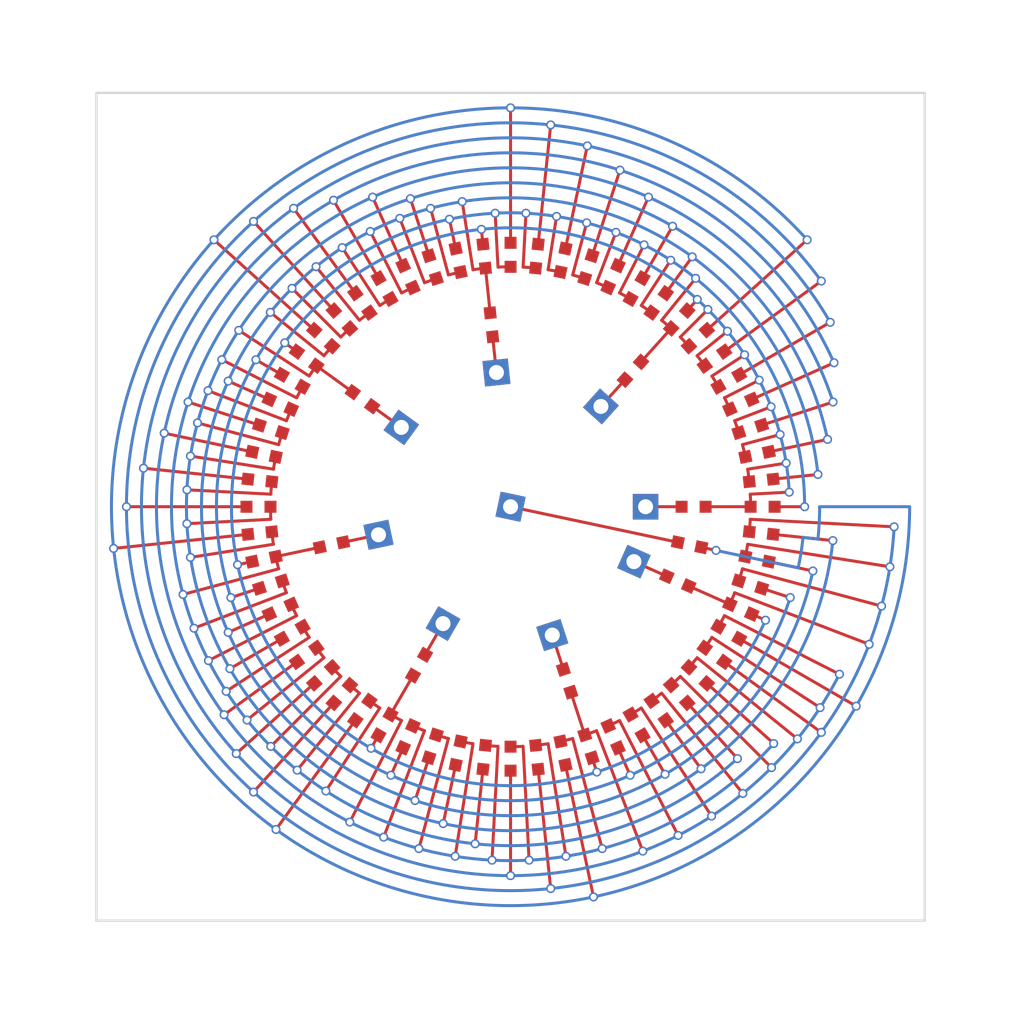
<source format=kicad_pcb>
(kicad_pcb (version 4) (host pcbnew 4.0.7-e2-6376~58~ubuntu16.04.1)

  (general
    (links 0)
    (no_connects 0)
    (area 150 100 180 100)
    (thickness 1.6)
    (drawings 2)
    (tracks 0)
    (zones 0)
    (modules 0)
    (nets 1)
  )

  (page A4)
  (layers
    (0 F.Cu signal)
    (31 B.Cu signal)
    (32 B.Adhes user)
    (33 F.Adhes user)
    (34 B.Paste user)
    (35 F.Paste user)
    (36 B.SilkS user)
    (37 F.SilkS user)
    (38 B.Mask user)
    (39 F.Mask user)
    (40 Dwgs.User user)
    (41 Cmts.User user)
    (42 Eco1.User user)
    (43 Eco2.User user)
    (44 Edge.Cuts user)
    (45 Margin user)
    (46 B.CrtYd user)
    (47 F.CrtYd user)
    (48 B.Fab user)
    (49 F.Fab user)
  )

  (setup
    (last_trace_width 0.25)
    (trace_clearance 0.2)
    (zone_clearance 0.508)
    (zone_45_only no)
    (trace_min 0.2)
    (segment_width 0.2)
    (edge_width 0.15)
    (via_size 0.6)
    (via_drill 0.4)
    (via_min_size 0.4)
    (via_min_drill 0.3)
    (uvia_size 0.3)
    (uvia_drill 0.1)
    (uvias_allowed no)
    (uvia_min_size 0.2)
    (uvia_min_drill 0.1)
    (pcb_text_width 0.3)
    (pcb_text_size 1.5 1.5)
    (mod_edge_width 0.15)
    (mod_text_size 1 1)
    (mod_text_width 0.15)
    (pad_size 1.524 1.524)
    (pad_drill 0.762)
    (pad_to_mask_clearance 0.2)
    (aux_axis_origin 0 0)
    (visible_elements FFFFFF7F)
    (pcbplotparams
      (layerselection 0x00030_80000001)
      (usegerberextensions false)
      (excludeedgelayer true)
      (linewidth 0.150000)
      (plotframeref false)
      (viasonmask false)
      (mode 1)
      (useauxorigin false)
      (hpglpennumber 1)
      (hpglpenspeed 20)
      (hpglpendiameter 15)
      (hpglpenoverlay 2)
      (psnegative false)
      (psa4output false)
      (plotreference true)
      (plotvalue true)
      (plotinvisibletext false)
      (padsonsilk false)
      (subtractmaskfromsilk false)
      (outputformat 1)
      (mirror false)
      (drillshape 1)
      (scaleselection 1)
      (outputdirectory ""))
  )

  (net 0 "")

  (net_class Default "This is the default net class."
    (clearance 0.2)
    (trace_width 0.25)
    (via_dia 0.6)
    (via_drill 0.4)
    (uvia_dia 0.3)
    (uvia_drill 0.1)
  )

  (gr_line (start    163.000    100.000) (end    180.000    100.000) (angle   0.0) (layer F.Fab) (width 0.05))
  (gr_text " 0 0.0" (at    182.000    100.000   0.0) (layer F.Fab)(effects (font (size 0.5 0.5) (thickness 0.1))) )
  (gr_line (start    162.982     99.320) (end    179.959     98.430) (angle   3.0) (layer F.Fab) (width 0.05))
  (gr_text " 1 3.0" (at    181.956     98.325   3.0) (layer F.Fab)(effects (font (size 0.5 0.5) (thickness 0.1))) )
  (gr_line (start    162.929     98.641) (end    179.836     96.864) (angle   6.0) (layer F.Fab) (width 0.05))
  (gr_text " 2 6.0" (at    181.825     96.655   6.0) (layer F.Fab)(effects (font (size 0.5 0.5) (thickness 0.1))) )
  (gr_line (start    162.840     97.966) (end    179.631     95.307) (angle   9.0) (layer F.Fab) (width 0.05))
  (gr_text " 3 9.0" (at    181.606     94.994   9.0) (layer F.Fab)(effects (font (size 0.5 0.5) (thickness 0.1))) )
  (gr_line (start    162.716     97.297) (end    179.344     93.763) (angle  12.0) (layer F.Fab) (width 0.05))
  (gr_text " 4 12.0" (at    181.301     93.347  12.0) (layer F.Fab)(effects (font (size 0.5 0.5) (thickness 0.1))) )
  (gr_line (start    162.557     96.635) (end    178.978     92.235) (angle  15.0) (layer F.Fab) (width 0.05))
  (gr_text " 5 15.0" (at    180.910     91.718  15.0) (layer F.Fab)(effects (font (size 0.5 0.5) (thickness 0.1))) )
  (gr_line (start    162.364     95.983) (end    178.532     90.729) (angle  18.0) (layer F.Fab) (width 0.05))
  (gr_text " 6 18.0" (at    180.434     90.111  18.0) (layer F.Fab)(effects (font (size 0.5 0.5) (thickness 0.1))) )
  (gr_line (start    162.137     95.341) (end    178.007     89.249) (angle  21.0) (layer F.Fab) (width 0.05))
  (gr_text " 7 21.0" (at    179.875     88.532  21.0) (layer F.Fab)(effects (font (size 0.5 0.5) (thickness 0.1))) )
  (gr_line (start    161.876     94.712) (end    177.406     87.798) (angle  24.0) (layer F.Fab) (width 0.05))
  (gr_text " 8 24.0" (at    179.233     86.984  24.0) (layer F.Fab)(effects (font (size 0.5 0.5) (thickness 0.1))) )
  (gr_line (start    161.583     94.098) (end    176.730     86.380) (angle  27.0) (layer F.Fab) (width 0.05))
  (gr_text " 9 27.0" (at    178.512     85.472  27.0) (layer F.Fab)(effects (font (size 0.5 0.5) (thickness 0.1))) )
  (gr_line (start    161.258     93.500) (end    175.981     85.000) (angle  30.0) (layer F.Fab) (width 0.05))
  (gr_text " 10 30.0" (at    177.713     84.000  30.0) (layer F.Fab)(effects (font (size 0.5 0.5) (thickness 0.1))) )
  (gr_line (start    160.903     92.920) (end    175.160     83.661) (angle  33.0) (layer F.Fab) (width 0.05))
  (gr_text " 11 33.0" (at    176.837     82.572  33.0) (layer F.Fab)(effects (font (size 0.5 0.5) (thickness 0.1))) )
  (gr_line (start    160.517     92.359) (end    174.271     82.366) (angle  36.0) (layer F.Fab) (width 0.05))
  (gr_text " 12 36.0" (at    175.889     81.191  36.0) (layer F.Fab)(effects (font (size 0.5 0.5) (thickness 0.1))) )
  (gr_line (start    160.103     91.819) (end    173.314     81.120) (angle  39.0) (layer F.Fab) (width 0.05))
  (gr_text " 13 39.0" (at    174.869     79.862  39.0) (layer F.Fab)(effects (font (size 0.5 0.5) (thickness 0.1))) )
  (gr_line (start    159.661     91.301) (end    172.294     79.926) (angle  42.0) (layer F.Fab) (width 0.05))
  (gr_text " 14 42.0" (at    173.781     78.588  42.0) (layer F.Fab)(effects (font (size 0.5 0.5) (thickness 0.1))) )
  (gr_line (start    159.192     90.808) (end    171.213     78.787) (angle  45.0) (layer F.Fab) (width 0.05))
  (gr_text " 15 45.0" (at    172.627     77.373  45.0) (layer F.Fab)(effects (font (size 0.5 0.5) (thickness 0.1))) )
  (gr_line (start    158.699     90.339) (end    170.074     77.706) (angle  48.0) (layer F.Fab) (width 0.05))
  (gr_text " 16 48.0" (at    171.412     76.219  48.0) (layer F.Fab)(effects (font (size 0.5 0.5) (thickness 0.1))) )
  (gr_line (start    158.181     89.897) (end    168.880     76.686) (angle  51.0) (layer F.Fab) (width 0.05))
  (gr_text " 17 51.0" (at    170.138     75.131  51.0) (layer F.Fab)(effects (font (size 0.5 0.5) (thickness 0.1))) )
  (gr_line (start    157.641     89.483) (end    167.634     75.729) (angle  54.0) (layer F.Fab) (width 0.05))
  (gr_text " 18 54.0" (at    168.809     74.111  54.0) (layer F.Fab)(effects (font (size 0.5 0.5) (thickness 0.1))) )
  (gr_line (start    157.080     89.097) (end    166.339     74.840) (angle  57.0) (layer F.Fab) (width 0.05))
  (gr_text " 19 57.0" (at    167.428     73.163  57.0) (layer F.Fab)(effects (font (size 0.5 0.5) (thickness 0.1))) )
  (gr_line (start    156.500     88.742) (end    165.000     74.019) (angle  60.0) (layer F.Fab) (width 0.05))
  (gr_text " 20 60.0" (at    166.000     72.287  60.0) (layer F.Fab)(effects (font (size 0.5 0.5) (thickness 0.1))) )
  (gr_line (start    155.902     88.417) (end    163.620     73.270) (angle  63.0) (layer F.Fab) (width 0.05))
  (gr_text " 21 63.0" (at    164.528     71.488  63.0) (layer F.Fab)(effects (font (size 0.5 0.5) (thickness 0.1))) )
  (gr_line (start    155.288     88.124) (end    162.202     72.594) (angle  66.0) (layer F.Fab) (width 0.05))
  (gr_text " 22 66.0" (at    163.016     70.767  66.0) (layer F.Fab)(effects (font (size 0.5 0.5) (thickness 0.1))) )
  (gr_line (start    154.659     87.863) (end    160.751     71.993) (angle  69.0) (layer F.Fab) (width 0.05))
  (gr_text " 23 69.0" (at    161.468     70.125  69.0) (layer F.Fab)(effects (font (size 0.5 0.5) (thickness 0.1))) )
  (gr_line (start    154.017     87.636) (end    159.271     71.468) (angle  72.0) (layer F.Fab) (width 0.05))
  (gr_text " 24 72.0" (at    159.889     69.566  72.0) (layer F.Fab)(effects (font (size 0.5 0.5) (thickness 0.1))) )
  (gr_line (start    153.365     87.443) (end    157.765     71.022) (angle  75.0) (layer F.Fab) (width 0.05))
  (gr_text " 25 75.0" (at    158.282     69.090  75.0) (layer F.Fab)(effects (font (size 0.5 0.5) (thickness 0.1))) )
  (gr_line (start    152.703     87.284) (end    156.237     70.656) (angle  78.0) (layer F.Fab) (width 0.05))
  (gr_text " 26 78.0" (at    156.653     68.699  78.0) (layer F.Fab)(effects (font (size 0.5 0.5) (thickness 0.1))) )
  (gr_line (start    152.034     87.160) (end    154.693     70.369) (angle  81.0) (layer F.Fab) (width 0.05))
  (gr_text " 27 81.0" (at    155.006     68.394  81.0) (layer F.Fab)(effects (font (size 0.5 0.5) (thickness 0.1))) )
  (gr_line (start    151.359     87.071) (end    153.136     70.164) (angle  84.0) (layer F.Fab) (width 0.05))
  (gr_text " 28 84.0" (at    153.345     68.175  84.0) (layer F.Fab)(effects (font (size 0.5 0.5) (thickness 0.1))) )
  (gr_line (start    150.680     87.018) (end    151.570     70.041) (angle  87.0) (layer F.Fab) (width 0.05))
  (gr_text " 29 87.0" (at    151.675     68.044  87.0) (layer F.Fab)(effects (font (size 0.5 0.5) (thickness 0.1))) )
  (gr_line (start    150.000     87.000) (end    150.000     70.000) (angle  90.0) (layer F.Fab) (width 0.05))
  (gr_text " 30 90.0" (at    150.000     68.000  90.0) (layer F.Fab)(effects (font (size 0.5 0.5) (thickness 0.1))) )
  (gr_line (start    149.320     87.018) (end    148.430     70.041) (angle  93.0) (layer F.Fab) (width 0.05))
  (gr_text " 31 93.0" (at    148.325     68.044  93.0) (layer F.Fab)(effects (font (size 0.5 0.5) (thickness 0.1))) )
  (gr_line (start    148.641     87.071) (end    146.864     70.164) (angle  96.0) (layer F.Fab) (width 0.05))
  (gr_text " 32 96.0" (at    146.655     68.175  96.0) (layer F.Fab)(effects (font (size 0.5 0.5) (thickness 0.1))) )
  (gr_line (start    147.966     87.160) (end    145.307     70.369) (angle  99.0) (layer F.Fab) (width 0.05))
  (gr_text " 33 99.0" (at    144.994     68.394  99.0) (layer F.Fab)(effects (font (size 0.5 0.5) (thickness 0.1))) )
  (gr_line (start    147.297     87.284) (end    143.763     70.656) (angle 102.0) (layer F.Fab) (width 0.05))
  (gr_text " 34 102.0" (at    143.347     68.699 102.0) (layer F.Fab)(effects (font (size 0.5 0.5) (thickness 0.1))) )
  (gr_line (start    146.635     87.443) (end    142.235     71.022) (angle 105.0) (layer F.Fab) (width 0.05))
  (gr_text " 35 105.0" (at    141.718     69.090 105.0) (layer F.Fab)(effects (font (size 0.5 0.5) (thickness 0.1))) )
  (gr_line (start    145.983     87.636) (end    140.729     71.468) (angle 108.0) (layer F.Fab) (width 0.05))
  (gr_text " 36 108.0" (at    140.111     69.566 108.0) (layer F.Fab)(effects (font (size 0.5 0.5) (thickness 0.1))) )
  (gr_line (start    145.341     87.863) (end    139.249     71.993) (angle 111.0) (layer F.Fab) (width 0.05))
  (gr_text " 37 111.0" (at    138.532     70.125 111.0) (layer F.Fab)(effects (font (size 0.5 0.5) (thickness 0.1))) )
  (gr_line (start    144.712     88.124) (end    137.798     72.594) (angle 114.0) (layer F.Fab) (width 0.05))
  (gr_text " 38 114.0" (at    136.984     70.767 114.0) (layer F.Fab)(effects (font (size 0.5 0.5) (thickness 0.1))) )
  (gr_line (start    144.098     88.417) (end    136.380     73.270) (angle 117.0) (layer F.Fab) (width 0.05))
  (gr_text " 39 117.0" (at    135.472     71.488 117.0) (layer F.Fab)(effects (font (size 0.5 0.5) (thickness 0.1))) )
  (gr_line (start    143.500     88.742) (end    135.000     74.019) (angle 120.0) (layer F.Fab) (width 0.05))
  (gr_text " 40 120.0" (at    134.000     72.287 120.0) (layer F.Fab)(effects (font (size 0.5 0.5) (thickness 0.1))) )
  (gr_line (start    142.920     89.097) (end    133.661     74.840) (angle 123.0) (layer F.Fab) (width 0.05))
  (gr_text " 41 123.0" (at    132.572     73.163 123.0) (layer F.Fab)(effects (font (size 0.5 0.5) (thickness 0.1))) )
  (gr_line (start    142.359     89.483) (end    132.366     75.729) (angle 126.0) (layer F.Fab) (width 0.05))
  (gr_text " 42 126.0" (at    131.191     74.111 126.0) (layer F.Fab)(effects (font (size 0.5 0.5) (thickness 0.1))) )
  (gr_line (start    141.819     89.897) (end    131.120     76.686) (angle 129.0) (layer F.Fab) (width 0.05))
  (gr_text " 43 129.0" (at    129.862     75.131 129.0) (layer F.Fab)(effects (font (size 0.5 0.5) (thickness 0.1))) )
  (gr_line (start    141.301     90.339) (end    129.926     77.706) (angle 132.0) (layer F.Fab) (width 0.05))
  (gr_text " 44 132.0" (at    128.588     76.219 132.0) (layer F.Fab)(effects (font (size 0.5 0.5) (thickness 0.1))) )
  (gr_line (start    140.808     90.808) (end    128.787     78.787) (angle 135.0) (layer F.Fab) (width 0.05))
  (gr_text " 45 135.0" (at    127.373     77.373 135.0) (layer F.Fab)(effects (font (size 0.5 0.5) (thickness 0.1))) )
  (gr_line (start    140.339     91.301) (end    127.706     79.926) (angle 138.0) (layer F.Fab) (width 0.05))
  (gr_text " 46 138.0" (at    126.219     78.588 138.0) (layer F.Fab)(effects (font (size 0.5 0.5) (thickness 0.1))) )
  (gr_line (start    139.897     91.819) (end    126.686     81.120) (angle 141.0) (layer F.Fab) (width 0.05))
  (gr_text " 47 141.0" (at    125.131     79.862 141.0) (layer F.Fab)(effects (font (size 0.5 0.5) (thickness 0.1))) )
  (gr_line (start    139.483     92.359) (end    125.729     82.366) (angle 144.0) (layer F.Fab) (width 0.05))
  (gr_text " 48 144.0" (at    124.111     81.191 144.0) (layer F.Fab)(effects (font (size 0.5 0.5) (thickness 0.1))) )
  (gr_line (start    139.097     92.920) (end    124.840     83.661) (angle 147.0) (layer F.Fab) (width 0.05))
  (gr_text " 49 147.0" (at    123.163     82.572 147.0) (layer F.Fab)(effects (font (size 0.5 0.5) (thickness 0.1))) )
  (gr_line (start    138.742     93.500) (end    124.019     85.000) (angle 150.0) (layer F.Fab) (width 0.05))
  (gr_text " 50 150.0" (at    122.287     84.000 150.0) (layer F.Fab)(effects (font (size 0.5 0.5) (thickness 0.1))) )
  (gr_line (start    138.417     94.098) (end    123.270     86.380) (angle 153.0) (layer F.Fab) (width 0.05))
  (gr_text " 51 153.0" (at    121.488     85.472 153.0) (layer F.Fab)(effects (font (size 0.5 0.5) (thickness 0.1))) )
  (gr_line (start    138.124     94.712) (end    122.594     87.798) (angle 156.0) (layer F.Fab) (width 0.05))
  (gr_text " 52 156.0" (at    120.767     86.984 156.0) (layer F.Fab)(effects (font (size 0.5 0.5) (thickness 0.1))) )
  (gr_line (start    137.863     95.341) (end    121.993     89.249) (angle 159.0) (layer F.Fab) (width 0.05))
  (gr_text " 53 159.0" (at    120.125     88.532 159.0) (layer F.Fab)(effects (font (size 0.5 0.5) (thickness 0.1))) )
  (gr_line (start    137.636     95.983) (end    121.468     90.729) (angle 162.0) (layer F.Fab) (width 0.05))
  (gr_text " 54 162.0" (at    119.566     90.111 162.0) (layer F.Fab)(effects (font (size 0.5 0.5) (thickness 0.1))) )
  (gr_line (start    137.443     96.635) (end    121.022     92.235) (angle 165.0) (layer F.Fab) (width 0.05))
  (gr_text " 55 165.0" (at    119.090     91.718 165.0) (layer F.Fab)(effects (font (size 0.5 0.5) (thickness 0.1))) )
  (gr_line (start    137.284     97.297) (end    120.656     93.763) (angle 168.0) (layer F.Fab) (width 0.05))
  (gr_text " 56 168.0" (at    118.699     93.347 168.0) (layer F.Fab)(effects (font (size 0.5 0.5) (thickness 0.1))) )
  (gr_line (start    137.160     97.966) (end    120.369     95.307) (angle 171.0) (layer F.Fab) (width 0.05))
  (gr_text " 57 171.0" (at    118.394     94.994 171.0) (layer F.Fab)(effects (font (size 0.5 0.5) (thickness 0.1))) )
  (gr_line (start    137.071     98.641) (end    120.164     96.864) (angle 174.0) (layer F.Fab) (width 0.05))
  (gr_text " 58 174.0" (at    118.175     96.655 174.0) (layer F.Fab)(effects (font (size 0.5 0.5) (thickness 0.1))) )
  (gr_line (start    137.018     99.320) (end    120.041     98.430) (angle 177.0) (layer F.Fab) (width 0.05))
  (gr_text " 59 177.0" (at    118.044     98.325 177.0) (layer F.Fab)(effects (font (size 0.5 0.5) (thickness 0.1))) )
  (gr_line (start    137.000    100.000) (end    120.000    100.000) (angle 180.0) (layer F.Fab) (width 0.05))
  (gr_text " 60 180.0" (at    118.000    100.000 180.0) (layer F.Fab)(effects (font (size 0.5 0.5) (thickness 0.1))) )
  (gr_line (start    137.018    100.680) (end    120.041    101.570) (angle 183.0) (layer F.Fab) (width 0.05))
  (gr_text " 61 183.0" (at    118.044    101.675 183.0) (layer F.Fab)(effects (font (size 0.5 0.5) (thickness 0.1))) )
  (gr_line (start    137.071    101.359) (end    120.164    103.136) (angle 186.0) (layer F.Fab) (width 0.05))
  (gr_text " 62 186.0" (at    118.175    103.345 186.0) (layer F.Fab)(effects (font (size 0.5 0.5) (thickness 0.1))) )
  (gr_line (start    137.160    102.034) (end    120.369    104.693) (angle 189.0) (layer F.Fab) (width 0.05))
  (gr_text " 63 189.0" (at    118.394    105.006 189.0) (layer F.Fab)(effects (font (size 0.5 0.5) (thickness 0.1))) )
  (gr_line (start    137.284    102.703) (end    120.656    106.237) (angle 192.0) (layer F.Fab) (width 0.05))
  (gr_text " 64 192.0" (at    118.699    106.653 192.0) (layer F.Fab)(effects (font (size 0.5 0.5) (thickness 0.1))) )
  (gr_line (start    137.443    103.365) (end    121.022    107.765) (angle 195.0) (layer F.Fab) (width 0.05))
  (gr_text " 65 195.0" (at    119.090    108.282 195.0) (layer F.Fab)(effects (font (size 0.5 0.5) (thickness 0.1))) )
  (gr_line (start    137.636    104.017) (end    121.468    109.271) (angle 198.0) (layer F.Fab) (width 0.05))
  (gr_text " 66 198.0" (at    119.566    109.889 198.0) (layer F.Fab)(effects (font (size 0.5 0.5) (thickness 0.1))) )
  (gr_line (start    137.863    104.659) (end    121.993    110.751) (angle 201.0) (layer F.Fab) (width 0.05))
  (gr_text " 67 201.0" (at    120.125    111.468 201.0) (layer F.Fab)(effects (font (size 0.5 0.5) (thickness 0.1))) )
  (gr_line (start    138.124    105.288) (end    122.594    112.202) (angle 204.0) (layer F.Fab) (width 0.05))
  (gr_text " 68 204.0" (at    120.767    113.016 204.0) (layer F.Fab)(effects (font (size 0.5 0.5) (thickness 0.1))) )
  (gr_line (start    138.417    105.902) (end    123.270    113.620) (angle 207.0) (layer F.Fab) (width 0.05))
  (gr_text " 69 207.0" (at    121.488    114.528 207.0) (layer F.Fab)(effects (font (size 0.5 0.5) (thickness 0.1))) )
  (gr_line (start    138.742    106.500) (end    124.019    115.000) (angle 210.0) (layer F.Fab) (width 0.05))
  (gr_text " 70 210.0" (at    122.287    116.000 210.0) (layer F.Fab)(effects (font (size 0.5 0.5) (thickness 0.1))) )
  (gr_line (start    139.097    107.080) (end    124.840    116.339) (angle 213.0) (layer F.Fab) (width 0.05))
  (gr_text " 71 213.0" (at    123.163    117.428 213.0) (layer F.Fab)(effects (font (size 0.5 0.5) (thickness 0.1))) )
  (gr_line (start    139.483    107.641) (end    125.729    117.634) (angle 216.0) (layer F.Fab) (width 0.05))
  (gr_text " 72 216.0" (at    124.111    118.809 216.0) (layer F.Fab)(effects (font (size 0.5 0.5) (thickness 0.1))) )
  (gr_line (start    139.897    108.181) (end    126.686    118.880) (angle 219.0) (layer F.Fab) (width 0.05))
  (gr_text " 73 219.0" (at    125.131    120.138 219.0) (layer F.Fab)(effects (font (size 0.5 0.5) (thickness 0.1))) )
  (gr_line (start    140.339    108.699) (end    127.706    120.074) (angle 222.0) (layer F.Fab) (width 0.05))
  (gr_text " 74 222.0" (at    126.219    121.412 222.0) (layer F.Fab)(effects (font (size 0.5 0.5) (thickness 0.1))) )
  (gr_line (start    140.808    109.192) (end    128.787    121.213) (angle 225.0) (layer F.Fab) (width 0.05))
  (gr_text " 75 225.0" (at    127.373    122.627 225.0) (layer F.Fab)(effects (font (size 0.5 0.5) (thickness 0.1))) )
  (gr_line (start    141.301    109.661) (end    129.926    122.294) (angle 228.0) (layer F.Fab) (width 0.05))
  (gr_text " 76 228.0" (at    128.588    123.781 228.0) (layer F.Fab)(effects (font (size 0.5 0.5) (thickness 0.1))) )
  (gr_line (start    141.819    110.103) (end    131.120    123.314) (angle 231.0) (layer F.Fab) (width 0.05))
  (gr_text " 77 231.0" (at    129.862    124.869 231.0) (layer F.Fab)(effects (font (size 0.5 0.5) (thickness 0.1))) )
  (gr_line (start    142.359    110.517) (end    132.366    124.271) (angle 234.0) (layer F.Fab) (width 0.05))
  (gr_text " 78 234.0" (at    131.191    125.889 234.0) (layer F.Fab)(effects (font (size 0.5 0.5) (thickness 0.1))) )
  (gr_line (start    142.920    110.903) (end    133.661    125.160) (angle 237.0) (layer F.Fab) (width 0.05))
  (gr_text " 79 237.0" (at    132.572    126.837 237.0) (layer F.Fab)(effects (font (size 0.5 0.5) (thickness 0.1))) )
  (gr_line (start    143.500    111.258) (end    135.000    125.981) (angle 240.0) (layer F.Fab) (width 0.05))
  (gr_text " 80 240.0" (at    134.000    127.713 240.0) (layer F.Fab)(effects (font (size 0.5 0.5) (thickness 0.1))) )
  (gr_line (start    144.098    111.583) (end    136.380    126.730) (angle 243.0) (layer F.Fab) (width 0.05))
  (gr_text " 81 243.0" (at    135.472    128.512 243.0) (layer F.Fab)(effects (font (size 0.5 0.5) (thickness 0.1))) )
  (gr_line (start    144.712    111.876) (end    137.798    127.406) (angle 246.0) (layer F.Fab) (width 0.05))
  (gr_text " 82 246.0" (at    136.984    129.233 246.0) (layer F.Fab)(effects (font (size 0.5 0.5) (thickness 0.1))) )
  (gr_line (start    145.341    112.137) (end    139.249    128.007) (angle 249.0) (layer F.Fab) (width 0.05))
  (gr_text " 83 249.0" (at    138.532    129.875 249.0) (layer F.Fab)(effects (font (size 0.5 0.5) (thickness 0.1))) )
  (gr_line (start    145.983    112.364) (end    140.729    128.532) (angle 252.0) (layer F.Fab) (width 0.05))
  (gr_text " 84 252.0" (at    140.111    130.434 252.0) (layer F.Fab)(effects (font (size 0.5 0.5) (thickness 0.1))) )
  (gr_line (start    146.635    112.557) (end    142.235    128.978) (angle 255.0) (layer F.Fab) (width 0.05))
  (gr_text " 85 255.0" (at    141.718    130.910 255.0) (layer F.Fab)(effects (font (size 0.5 0.5) (thickness 0.1))) )
  (gr_line (start    147.297    112.716) (end    143.763    129.344) (angle 258.0) (layer F.Fab) (width 0.05))
  (gr_text " 86 258.0" (at    143.347    131.301 258.0) (layer F.Fab)(effects (font (size 0.5 0.5) (thickness 0.1))) )
  (gr_line (start    147.966    112.840) (end    145.307    129.631) (angle 261.0) (layer F.Fab) (width 0.05))
  (gr_text " 87 261.0" (at    144.994    131.606 261.0) (layer F.Fab)(effects (font (size 0.5 0.5) (thickness 0.1))) )
  (gr_line (start    148.641    112.929) (end    146.864    129.836) (angle 264.0) (layer F.Fab) (width 0.05))
  (gr_text " 88 264.0" (at    146.655    131.825 264.0) (layer F.Fab)(effects (font (size 0.5 0.5) (thickness 0.1))) )
  (gr_line (start    149.320    112.982) (end    148.430    129.959) (angle 267.0) (layer F.Fab) (width 0.05))
  (gr_text " 89 267.0" (at    148.325    131.956 267.0) (layer F.Fab)(effects (font (size 0.5 0.5) (thickness 0.1))) )
  (gr_line (start    150.000    113.000) (end    150.000    130.000) (angle 270.0) (layer F.Fab) (width 0.05))
  (gr_text " 90 270.0" (at    150.000    132.000 270.0) (layer F.Fab)(effects (font (size 0.5 0.5) (thickness 0.1))) )
  (gr_line (start    150.680    112.982) (end    151.570    129.959) (angle 273.0) (layer F.Fab) (width 0.05))
  (gr_text " 91 273.0" (at    151.675    131.956 273.0) (layer F.Fab)(effects (font (size 0.5 0.5) (thickness 0.1))) )
  (gr_line (start    151.359    112.929) (end    153.136    129.836) (angle 276.0) (layer F.Fab) (width 0.05))
  (gr_text " 92 276.0" (at    153.345    131.825 276.0) (layer F.Fab)(effects (font (size 0.5 0.5) (thickness 0.1))) )
  (gr_line (start    152.034    112.840) (end    154.693    129.631) (angle 279.0) (layer F.Fab) (width 0.05))
  (gr_text " 93 279.0" (at    155.006    131.606 279.0) (layer F.Fab)(effects (font (size 0.5 0.5) (thickness 0.1))) )
  (gr_line (start    152.703    112.716) (end    156.237    129.344) (angle 282.0) (layer F.Fab) (width 0.05))
  (gr_text " 94 282.0" (at    156.653    131.301 282.0) (layer F.Fab)(effects (font (size 0.5 0.5) (thickness 0.1))) )
  (gr_line (start    153.365    112.557) (end    157.765    128.978) (angle 285.0) (layer F.Fab) (width 0.05))
  (gr_text " 95 285.0" (at    158.282    130.910 285.0) (layer F.Fab)(effects (font (size 0.5 0.5) (thickness 0.1))) )
  (gr_line (start    154.017    112.364) (end    159.271    128.532) (angle 288.0) (layer F.Fab) (width 0.05))
  (gr_text " 96 288.0" (at    159.889    130.434 288.0) (layer F.Fab)(effects (font (size 0.5 0.5) (thickness 0.1))) )
  (gr_line (start    154.659    112.137) (end    160.751    128.007) (angle 291.0) (layer F.Fab) (width 0.05))
  (gr_text " 97 291.0" (at    161.468    129.875 291.0) (layer F.Fab)(effects (font (size 0.5 0.5) (thickness 0.1))) )
  (gr_line (start    155.288    111.876) (end    162.202    127.406) (angle 294.0) (layer F.Fab) (width 0.05))
  (gr_text " 98 294.0" (at    163.016    129.233 294.0) (layer F.Fab)(effects (font (size 0.5 0.5) (thickness 0.1))) )
  (gr_line (start    155.902    111.583) (end    163.620    126.730) (angle 297.0) (layer F.Fab) (width 0.05))
  (gr_text " 99 297.0" (at    164.528    128.512 297.0) (layer F.Fab)(effects (font (size 0.5 0.5) (thickness 0.1))) )
  (gr_line (start    156.500    111.258) (end    165.000    125.981) (angle 300.0) (layer F.Fab) (width 0.05))
  (gr_text " 100 300.0" (at    166.000    127.713 300.0) (layer F.Fab)(effects (font (size 0.5 0.5) (thickness 0.1))) )
  (gr_line (start    157.080    110.903) (end    166.339    125.160) (angle 303.0) (layer F.Fab) (width 0.05))
  (gr_text " 101 303.0" (at    167.428    126.837 303.0) (layer F.Fab)(effects (font (size 0.5 0.5) (thickness 0.1))) )
  (gr_line (start    157.641    110.517) (end    167.634    124.271) (angle 306.0) (layer F.Fab) (width 0.05))
  (gr_text " 102 306.0" (at    168.809    125.889 306.0) (layer F.Fab)(effects (font (size 0.5 0.5) (thickness 0.1))) )
  (gr_line (start    158.181    110.103) (end    168.880    123.314) (angle 309.0) (layer F.Fab) (width 0.05))
  (gr_text " 103 309.0" (at    170.138    124.869 309.0) (layer F.Fab)(effects (font (size 0.5 0.5) (thickness 0.1))) )
  (gr_line (start    158.699    109.661) (end    170.074    122.294) (angle 312.0) (layer F.Fab) (width 0.05))
  (gr_text " 104 312.0" (at    171.412    123.781 312.0) (layer F.Fab)(effects (font (size 0.5 0.5) (thickness 0.1))) )
  (gr_line (start    159.192    109.192) (end    171.213    121.213) (angle 315.0) (layer F.Fab) (width 0.05))
  (gr_text " 105 315.0" (at    172.627    122.627 315.0) (layer F.Fab)(effects (font (size 0.5 0.5) (thickness 0.1))) )
  (gr_line (start    159.661    108.699) (end    172.294    120.074) (angle 318.0) (layer F.Fab) (width 0.05))
  (gr_text " 106 318.0" (at    173.781    121.412 318.0) (layer F.Fab)(effects (font (size 0.5 0.5) (thickness 0.1))) )
  (gr_line (start    160.103    108.181) (end    173.314    118.880) (angle 321.0) (layer F.Fab) (width 0.05))
  (gr_text " 107 321.0" (at    174.869    120.138 321.0) (layer F.Fab)(effects (font (size 0.5 0.5) (thickness 0.1))) )
  (gr_line (start    160.517    107.641) (end    174.271    117.634) (angle 324.0) (layer F.Fab) (width 0.05))
  (gr_text " 108 324.0" (at    175.889    118.809 324.0) (layer F.Fab)(effects (font (size 0.5 0.5) (thickness 0.1))) )
  (gr_line (start    160.903    107.080) (end    175.160    116.339) (angle 327.0) (layer F.Fab) (width 0.05))
  (gr_text " 109 327.0" (at    176.837    117.428 327.0) (layer F.Fab)(effects (font (size 0.5 0.5) (thickness 0.1))) )
  (gr_line (start    161.258    106.500) (end    175.981    115.000) (angle 330.0) (layer F.Fab) (width 0.05))
  (gr_text " 110 330.0" (at    177.713    116.000 330.0) (layer F.Fab)(effects (font (size 0.5 0.5) (thickness 0.1))) )
  (gr_line (start    161.583    105.902) (end    176.730    113.620) (angle 333.0) (layer F.Fab) (width 0.05))
  (gr_text " 111 333.0" (at    178.512    114.528 333.0) (layer F.Fab)(effects (font (size 0.5 0.5) (thickness 0.1))) )
  (gr_line (start    161.876    105.288) (end    177.406    112.202) (angle 336.0) (layer F.Fab) (width 0.05))
  (gr_text " 112 336.0" (at    179.233    113.016 336.0) (layer F.Fab)(effects (font (size 0.5 0.5) (thickness 0.1))) )
  (gr_line (start    162.137    104.659) (end    178.007    110.751) (angle 339.0) (layer F.Fab) (width 0.05))
  (gr_text " 113 339.0" (at    179.875    111.468 339.0) (layer F.Fab)(effects (font (size 0.5 0.5) (thickness 0.1))) )
  (gr_line (start    162.364    104.017) (end    178.532    109.271) (angle 342.0) (layer F.Fab) (width 0.05))
  (gr_text " 114 342.0" (at    180.434    109.889 342.0) (layer F.Fab)(effects (font (size 0.5 0.5) (thickness 0.1))) )
  (gr_line (start    162.557    103.365) (end    178.978    107.765) (angle 345.0) (layer F.Fab) (width 0.05))
  (gr_text " 115 345.0" (at    180.910    108.282 345.0) (layer F.Fab)(effects (font (size 0.5 0.5) (thickness 0.1))) )
  (gr_line (start    162.716    102.703) (end    179.344    106.237) (angle 348.0) (layer F.Fab) (width 0.05))
  (gr_text " 116 348.0" (at    181.301    106.653 348.0) (layer F.Fab)(effects (font (size 0.5 0.5) (thickness 0.1))) )
  (gr_line (start    162.840    102.034) (end    179.631    104.693) (angle 351.0) (layer F.Fab) (width 0.05))
  (gr_text " 117 351.0" (at    181.606    105.006 351.0) (layer F.Fab)(effects (font (size 0.5 0.5) (thickness 0.1))) )
  (gr_line (start    162.929    101.359) (end    179.836    103.136) (angle 354.0) (layer F.Fab) (width 0.05))
  (gr_text " 118 354.0" (at    181.825    103.345 354.0) (layer F.Fab)(effects (font (size 0.5 0.5) (thickness 0.1))) )
  (gr_line (start    162.982    100.680) (end    179.959    101.570) (angle 357.0) (layer F.Fab) (width 0.05))
  (gr_text " 119 357.0" (at    181.956    101.675 357.0) (layer F.Fab)(effects (font (size 0.5 0.5) (thickness 0.1))) )
  (module min:hand (layer F.Cu) (tedit 57FE93A5) (tstamp 5AA34834) 
    (at 150 100   0.0)
    (fp_text reference 0 (at     16.000 1 0.0) (layer F.Fab)(effects (font (size 0.5 0.5) (thickness 0.05))))
    (fp_text value     1 (at     17.600 1 0.0) (layer F.Fab)(effects (font (size 0.5 0.5) (thickness 0.05))))
    (descr "0603")
    (attr smd)
    (pad 1 smd rect (at  16.0 0   0.0) (size 0.8 0.8) (layers F.Cu F.Paste F.Mask))
    (pad 2 smd rect (at  17.6 0   0.0) (size 0.8 0.8) (layers F.Cu F.Paste F.Mask))
  )
  (segment (start    167.600    100.000) (end    169.600    100.000) (width 0.2) (layer F.Cu) (net 0))
  (via (at    169.600    100.000) (size 0.6) (drill 0.4) (layers F.Cu B.Cu) (net 0))
  (segment (start    166.000    100.000) (end    163.000    100.000) (width 0.2) (layer F.Cu) (net 0))
  (module resi:stor (layer F.Cu) (tedit 57FE93A5) (tstamp 5AA34834) 
    (at 150 100   0.0)
    (fp_text reference x (at     11.400 0 0.0) (layer F.Fab)(effects (font (size 0.5 0.5) (thickness 0.05))))
    (fp_text value     x (at     13.000 0 0.0) (layer F.Fab)(effects (font (size 0.5 0.5) (thickness 0.05))))
    (descr "0603")
    (attr smd)
    (pad 1 smd rect (at  11.4 0   0.0) (size 0.8 0.8) (layers F.Cu F.Paste F.Mask))
    (pad 2 smd rect (at  13.0 0   0.0) (size 0.8 0.8) (layers F.Cu F.Paste F.Mask))
  )
  (segment (start    161.400    100.000) (end    159.000    100.000) (width 0.2) (layer F.Cu) (net 0))
  (module pin:hole (layer F.Cu) (tedit 59650532) (tstamp 5AA6FE27)
    (at    159.000    100.000)
    (descr "pinhole")
    (tags "hole")
    (fp_text reference x (at 0 0) (layer F.Fab) (effects (font (size 0.1 0.1) (thickness 0.01))) )
    (fp_text value     x (at 0 0) (layer F.Fab) (effects (font (size 0.1 0.1) (thickness 0.01))) )
    (pad 0 thru_hole rect (at 0 0 0.0)    (size 1.7 1.7) (drill 1) (layers *.Cu *.Mask))
  )
  (segment (start    165.978     99.163) (end    168.575     99.027) (width 0.2) (layer F.Cu) (net 0))
  (via (at    168.575     99.027) (size 0.6) (drill 0.4) (layers F.Cu B.Cu) (net 0))
  (gr_arc (start 150 100) (end    165.978     99.163) (angle      3.000) (layer F.Cu) (width 0.2))
  (module min:hand (layer F.Cu) (tedit 57FE93A5) (tstamp 5AA34834) 
    (at 150 100   6.0)
    (fp_text reference 0 (at     16.000 1 6.0) (layer F.Fab)(effects (font (size 0.5 0.5) (thickness 0.05))))
    (fp_text value     2 (at     17.600 1 6.0) (layer F.Fab)(effects (font (size 0.5 0.5) (thickness 0.05))))
    (descr "0603")
    (attr smd)
    (pad 1 smd rect (at  16.0 0   6.0) (size 0.8 0.8) (layers F.Cu F.Paste F.Mask))
    (pad 2 smd rect (at  17.6 0   6.0) (size 0.8 0.8) (layers F.Cu F.Paste F.Mask))
  )
  (segment (start    167.504     98.160) (end    170.487     97.847) (width 0.2) (layer F.Cu) (net 0))
  (via (at    170.487     97.847) (size 0.6) (drill 0.4) (layers F.Cu B.Cu) (net 0))
  (segment (start    165.803     97.497) (end    168.371     97.090) (width 0.2) (layer F.Cu) (net 0))
  (via (at    168.371     97.090) (size 0.6) (drill 0.4) (layers F.Cu B.Cu) (net 0))
  (gr_arc (start 150 100) (end    165.803     97.497) (angle      3.000) (layer F.Cu) (width 0.2))
  (module min:hand (layer F.Cu) (tedit 57FE93A5) (tstamp 5AA34834) 
    (at 150 100  12.0)
    (fp_text reference 0 (at     16.000 1 12.0) (layer F.Fab)(effects (font (size 0.5 0.5) (thickness 0.05))))
    (fp_text value     3 (at     17.600 1 12.0) (layer F.Fab)(effects (font (size 0.5 0.5) (thickness 0.05))))
    (descr "0603")
    (attr smd)
    (pad 1 smd rect (at  16.0 0  12.0) (size 0.8 0.8) (layers F.Cu F.Paste F.Mask))
    (pad 2 smd rect (at  17.6 0  12.0) (size 0.8 0.8) (layers F.Cu F.Paste F.Mask))
  )
  (segment (start    167.215     96.341) (end    171.128     95.509) (width 0.2) (layer F.Cu) (net 0))
  (via (at    171.128     95.509) (size 0.6) (drill 0.4) (layers F.Cu B.Cu) (net 0))
  (segment (start    165.455     95.859) (end    167.966     95.186) (width 0.2) (layer F.Cu) (net 0))
  (via (at    167.966     95.186) (size 0.6) (drill 0.4) (layers F.Cu B.Cu) (net 0))
  (gr_arc (start 150 100) (end    165.455     95.859) (angle      3.000) (layer F.Cu) (width 0.2))
  (module min:hand (layer F.Cu) (tedit 57FE93A5) (tstamp 5AA34834) 
    (at 150 100  18.0)
    (fp_text reference 0 (at     16.000 1 18.0) (layer F.Fab)(effects (font (size 0.5 0.5) (thickness 0.05))))
    (fp_text value     4 (at     17.600 1 18.0) (layer F.Fab)(effects (font (size 0.5 0.5) (thickness 0.05))))
    (descr "0603")
    (attr smd)
    (pad 1 smd rect (at  16.0 0  18.0) (size 0.8 0.8) (layers F.Cu F.Paste F.Mask))
    (pad 2 smd rect (at  17.6 0  18.0) (size 0.8 0.8) (layers F.Cu F.Paste F.Mask))
  )
  (segment (start    166.739     94.561) (end    171.494     93.016) (width 0.2) (layer F.Cu) (net 0))
  (via (at    171.494     93.016) (size 0.6) (drill 0.4) (layers F.Cu B.Cu) (net 0))
  (segment (start    164.937     94.266) (end    167.365     93.334) (width 0.2) (layer F.Cu) (net 0))
  (via (at    167.365     93.334) (size 0.6) (drill 0.4) (layers F.Cu B.Cu) (net 0))
  (gr_arc (start 150 100) (end    164.937     94.266) (angle      3.000) (layer F.Cu) (width 0.2))
  (module min:hand (layer F.Cu) (tedit 57FE93A5) (tstamp 5AA34834) 
    (at 150 100  24.0)
    (fp_text reference 0 (at     16.000 1 24.0) (layer F.Fab)(effects (font (size 0.5 0.5) (thickness 0.05))))
    (fp_text value     5 (at     17.600 1 24.0) (layer F.Fab)(effects (font (size 0.5 0.5) (thickness 0.05))))
    (descr "0603")
    (attr smd)
    (pad 1 smd rect (at  16.0 0  24.0) (size 0.8 0.8) (layers F.Cu F.Paste F.Mask))
    (pad 2 smd rect (at  17.6 0  24.0) (size 0.8 0.8) (layers F.Cu F.Paste F.Mask))
  )
  (segment (start    166.078     92.841) (end    171.560     90.401) (width 0.2) (layer F.Cu) (net 0))
  (via (at    171.560     90.401) (size 0.6) (drill 0.4) (layers F.Cu B.Cu) (net 0))
  (segment (start    164.256     92.736) (end    166.573     91.556) (width 0.2) (layer F.Cu) (net 0))
  (via (at    166.573     91.556) (size 0.6) (drill 0.4) (layers F.Cu B.Cu) (net 0))
  (gr_arc (start 150 100) (end    164.256     92.736) (angle      3.000) (layer F.Cu) (width 0.2))
  (module min:hand (layer F.Cu) (tedit 57FE93A5) (tstamp 5AA34834) 
    (at 150 100  30.0)
    (fp_text reference 0 (at     16.000 1 30.0) (layer F.Fab)(effects (font (size 0.5 0.5) (thickness 0.05))))
    (fp_text value     6 (at     17.600 1 30.0) (layer F.Fab)(effects (font (size 0.5 0.5) (thickness 0.05))))
    (descr "0603")
    (attr smd)
    (pad 1 smd rect (at  16.0 0  30.0) (size 0.8 0.8) (layers F.Cu F.Paste F.Mask))
    (pad 2 smd rect (at  17.6 0  30.0) (size 0.8 0.8) (layers F.Cu F.Paste F.Mask))
  )
  (segment (start    165.242     91.200) (end    171.304     87.700) (width 0.2) (layer F.Cu) (net 0))
  (via (at    171.304     87.700) (size 0.6) (drill 0.4) (layers F.Cu B.Cu) (net 0))
  (segment (start    163.419     91.286) (end    165.599     89.870) (width 0.2) (layer F.Cu) (net 0))
  (via (at    165.599     89.870) (size 0.6) (drill 0.4) (layers F.Cu B.Cu) (net 0))
  (gr_arc (start 150 100) (end    163.419     91.286) (angle      3.000) (layer F.Cu) (width 0.2))
  (module min:hand (layer F.Cu) (tedit 57FE93A5) (tstamp 5AA34834) 
    (at 150 100  36.0)
    (fp_text reference 0 (at     16.000 1 36.0) (layer F.Fab)(effects (font (size 0.5 0.5) (thickness 0.05))))
    (fp_text value     7 (at     17.600 1 36.0) (layer F.Fab)(effects (font (size 0.5 0.5) (thickness 0.05))))
    (descr "0603")
    (attr smd)
    (pad 1 smd rect (at  16.0 0  36.0) (size 0.8 0.8) (layers F.Cu F.Paste F.Mask))
    (pad 2 smd rect (at  17.6 0  36.0) (size 0.8 0.8) (layers F.Cu F.Paste F.Mask))
  )
  (segment (start    164.239     89.655) (end    170.711     84.953) (width 0.2) (layer F.Cu) (net 0))
  (via (at    170.711     84.953) (size 0.6) (drill 0.4) (layers F.Cu B.Cu) (net 0))
  (segment (start    162.434     89.931) (end    164.455     88.295) (width 0.2) (layer F.Cu) (net 0))
  (via (at    164.455     88.295) (size 0.6) (drill 0.4) (layers F.Cu B.Cu) (net 0))
  (gr_arc (start 150 100) (end    162.434     89.931) (angle      3.000) (layer F.Cu) (width 0.2))
  (module min:hand (layer F.Cu) (tedit 57FE93A5) (tstamp 5AA34834) 
    (at 150 100  42.0)
    (fp_text reference 0 (at     16.000 1 42.0) (layer F.Fab)(effects (font (size 0.5 0.5) (thickness 0.05))))
    (fp_text value     8 (at     17.600 1 42.0) (layer F.Fab)(effects (font (size 0.5 0.5) (thickness 0.05))))
    (descr "0603")
    (attr smd)
    (pad 1 smd rect (at  16.0 0  42.0) (size 0.8 0.8) (layers F.Cu F.Paste F.Mask))
    (pad 2 smd rect (at  17.6 0  42.0) (size 0.8 0.8) (layers F.Cu F.Paste F.Mask))
  )
  (segment (start    163.079     88.223) (end    169.768     82.201) (width 0.2) (layer F.Cu) (net 0))
  (via (at    169.768     82.201) (size 0.6) (drill 0.4) (layers F.Cu B.Cu) (net 0))
  (segment (start    161.314     88.686) (end    163.152     86.848) (width 0.2) (layer F.Cu) (net 0))
  (via (at    163.152     86.848) (size 0.6) (drill 0.4) (layers F.Cu B.Cu) (net 0))
  (gr_arc (start 150 100) (end    161.314     88.686) (angle      3.000) (layer F.Cu) (width 0.2))
  (module min:hand (layer F.Cu) (tedit 57FE93A5) (tstamp 5AA34834) 
    (at 150 100  48.0)
    (fp_text reference 1 (at     16.000 1 48.0) (layer F.Fab)(effects (font (size 0.5 0.5) (thickness 0.05))))
    (fp_text value     0 (at     17.600 1 48.0) (layer F.Fab)(effects (font (size 0.5 0.5) (thickness 0.05))))
    (descr "0603")
    (attr smd)
    (pad 1 smd rect (at  16.0 0  48.0) (size 0.8 0.8) (layers F.Cu F.Paste F.Mask))
    (pad 2 smd rect (at  17.6 0  48.0) (size 0.8 0.8) (layers F.Cu F.Paste F.Mask))
  )
  (segment (start    161.777     86.921) (end    162.446     86.178) (width 0.2) (layer F.Cu) (net 0))
  (via (at    162.446     86.178) (size 0.6) (drill 0.4) (layers F.Cu B.Cu) (net 0))
  (segment (start    160.706     88.110) (end    158.699     90.339) (width 0.2) (layer F.Cu) (net 0))
  (module resi:stor (layer F.Cu) (tedit 57FE93A5) (tstamp 5AA34834) 
    (at 150 100  48.0)
    (fp_text reference x (at     11.400 0 48.0) (layer F.Fab)(effects (font (size 0.5 0.5) (thickness 0.05))))
    (fp_text value     x (at     13.000 0 48.0) (layer F.Fab)(effects (font (size 0.5 0.5) (thickness 0.05))))
    (descr "0603")
    (attr smd)
    (pad 1 smd rect (at  11.4 0  48.0) (size 0.8 0.8) (layers F.Cu F.Paste F.Mask))
    (pad 2 smd rect (at  13.0 0  48.0) (size 0.8 0.8) (layers F.Cu F.Paste F.Mask))
  )
  (segment (start    157.628     91.528) (end    156.022     93.312) (width 0.2) (layer F.Cu) (net 0))
  (module pin:hole (layer F.Cu) (tedit 59650532) (tstamp 5AA6FE27)
    (at    156.022     93.312)
    (descr "pinhole")
    (tags "hole")
    (fp_text reference x (at 0 0) (layer F.Fab) (effects (font (size 0.1 0.1) (thickness 0.01))) )
    (fp_text value     x (at 0 0) (layer F.Fab) (effects (font (size 0.1 0.1) (thickness 0.01))) )
    (pad 1 thru_hole rect (at 0 0 48.0)    (size 1.7 1.7) (drill 1) (layers *.Cu *.Mask))
  )
  (segment (start    160.069     87.566) (end    162.335     84.768) (width 0.2) (layer F.Cu) (net 0))
  (via (at    162.335     84.768) (size 0.6) (drill 0.4) (layers F.Cu B.Cu) (net 0))
  (gr_arc (start 150 100) (end    160.069     87.566) (angle      3.000) (layer F.Cu) (width 0.2))
  (module min:hand (layer F.Cu) (tedit 57FE93A5) (tstamp 5AA34834) 
    (at 150 100  54.0)
    (fp_text reference 1 (at     16.000 1 54.0) (layer F.Fab)(effects (font (size 0.5 0.5) (thickness 0.05))))
    (fp_text value     2 (at     17.600 1 54.0) (layer F.Fab)(effects (font (size 0.5 0.5) (thickness 0.05))))
    (descr "0603")
    (attr smd)
    (pad 1 smd rect (at  16.0 0  54.0) (size 0.8 0.8) (layers F.Cu F.Paste F.Mask))
    (pad 2 smd rect (at  17.6 0  54.0) (size 0.8 0.8) (layers F.Cu F.Paste F.Mask))
  )
  (segment (start    160.345     85.761) (end    162.108     83.334) (width 0.2) (layer F.Cu) (net 0))
  (via (at    162.108     83.334) (size 0.6) (drill 0.4) (layers F.Cu B.Cu) (net 0))
  (segment (start    158.714     86.581) (end    160.675     83.562) (width 0.2) (layer F.Cu) (net 0))
  (via (at    160.675     83.562) (size 0.6) (drill 0.4) (layers F.Cu B.Cu) (net 0))
  (gr_arc (start 150 100) (end    158.714     86.581) (angle      3.000) (layer F.Cu) (width 0.2))
  (module min:hand (layer F.Cu) (tedit 57FE93A5) (tstamp 5AA34834) 
    (at 150 100  60.0)
    (fp_text reference 1 (at     16.000 1 60.0) (layer F.Fab)(effects (font (size 0.5 0.5) (thickness 0.05))))
    (fp_text value     3 (at     17.600 1 60.0) (layer F.Fab)(effects (font (size 0.5 0.5) (thickness 0.05))))
    (descr "0603")
    (attr smd)
    (pad 1 smd rect (at  16.0 0  60.0) (size 0.8 0.8) (layers F.Cu F.Paste F.Mask))
    (pad 2 smd rect (at  17.6 0  60.0) (size 0.8 0.8) (layers F.Cu F.Paste F.Mask))
  )
  (segment (start    158.800     84.758) (end    160.800     81.294) (width 0.2) (layer F.Cu) (net 0))
  (via (at    160.800     81.294) (size 0.6) (drill 0.4) (layers F.Cu B.Cu) (net 0))
  (segment (start    157.264     85.744) (end    158.898     82.536) (width 0.2) (layer F.Cu) (net 0))
  (via (at    158.898     82.536) (size 0.6) (drill 0.4) (layers F.Cu B.Cu) (net 0))
  (gr_arc (start 150 100) (end    157.264     85.744) (angle      3.000) (layer F.Cu) (width 0.2))
  (module min:hand (layer F.Cu) (tedit 57FE93A5) (tstamp 5AA34834) 
    (at 150 100  66.0)
    (fp_text reference 1 (at     16.000 1 66.0) (layer F.Fab)(effects (font (size 0.5 0.5) (thickness 0.05))))
    (fp_text value     4 (at     17.600 1 66.0) (layer F.Fab)(effects (font (size 0.5 0.5) (thickness 0.05))))
    (descr "0603")
    (attr smd)
    (pad 1 smd rect (at  16.0 0  66.0) (size 0.8 0.8) (layers F.Cu F.Paste F.Mask))
    (pad 2 smd rect (at  17.6 0  66.0) (size 0.8 0.8) (layers F.Cu F.Paste F.Mask))
  )
  (segment (start    157.159     83.922) (end    159.192     79.354) (width 0.2) (layer F.Cu) (net 0))
  (via (at    159.192     79.354) (size 0.6) (drill 0.4) (layers F.Cu B.Cu) (net 0))
  (segment (start    155.734     85.063) (end    157.024     81.702) (width 0.2) (layer F.Cu) (net 0))
  (via (at    157.024     81.702) (size 0.6) (drill 0.4) (layers F.Cu B.Cu) (net 0))
  (gr_arc (start 150 100) (end    155.734     85.063) (angle      3.000) (layer F.Cu) (width 0.2))
  (module min:hand (layer F.Cu) (tedit 57FE93A5) (tstamp 5AA34834) 
    (at 150 100  72.0)
    (fp_text reference 1 (at     16.000 1 72.0) (layer F.Fab)(effects (font (size 0.5 0.5) (thickness 0.05))))
    (fp_text value     5 (at     17.600 1 72.0) (layer F.Fab)(effects (font (size 0.5 0.5) (thickness 0.05))))
    (descr "0603")
    (attr smd)
    (pad 1 smd rect (at  16.0 0  72.0) (size 0.8 0.8) (layers F.Cu F.Paste F.Mask))
    (pad 2 smd rect (at  17.6 0  72.0) (size 0.8 0.8) (layers F.Cu F.Paste F.Mask))
  )
  (segment (start    155.439     83.261) (end    157.293     77.555) (width 0.2) (layer F.Cu) (net 0))
  (via (at    157.293     77.555) (size 0.6) (drill 0.4) (layers F.Cu B.Cu) (net 0))
  (segment (start    154.141     84.545) (end    155.073     81.068) (width 0.2) (layer F.Cu) (net 0))
  (via (at    155.073     81.068) (size 0.6) (drill 0.4) (layers F.Cu B.Cu) (net 0))
  (gr_arc (start 150 100) (end    154.141     84.545) (angle      3.000) (layer F.Cu) (width 0.2))
  (module min:hand (layer F.Cu) (tedit 57FE93A5) (tstamp 5AA34834) 
    (at 150 100  78.0)
    (fp_text reference 1 (at     16.000 1 78.0) (layer F.Fab)(effects (font (size 0.5 0.5) (thickness 0.05))))
    (fp_text value     6 (at     17.600 1 78.0) (layer F.Fab)(effects (font (size 0.5 0.5) (thickness 0.05))))
    (descr "0603")
    (attr smd)
    (pad 1 smd rect (at  16.0 0  78.0) (size 0.8 0.8) (layers F.Cu F.Paste F.Mask))
    (pad 2 smd rect (at  17.6 0  78.0) (size 0.8 0.8) (layers F.Cu F.Paste F.Mask))
  )
  (segment (start    153.659     82.785) (end    155.115     75.938) (width 0.2) (layer F.Cu) (net 0))
  (via (at    155.115     75.938) (size 0.6) (drill 0.4) (layers F.Cu B.Cu) (net 0))
  (segment (start    152.503     84.197) (end    153.066     80.641) (width 0.2) (layer F.Cu) (net 0))
  (via (at    153.066     80.641) (size 0.6) (drill 0.4) (layers F.Cu B.Cu) (net 0))
  (gr_arc (start 150 100) (end    152.503     84.197) (angle      3.000) (layer F.Cu) (width 0.2))
  (module min:hand (layer F.Cu) (tedit 57FE93A5) (tstamp 5AA34834) 
    (at 150 100  84.0)
    (fp_text reference 1 (at     16.000 1 84.0) (layer F.Fab)(effects (font (size 0.5 0.5) (thickness 0.05))))
    (fp_text value     7 (at     17.600 1 84.0) (layer F.Fab)(effects (font (size 0.5 0.5) (thickness 0.05))))
    (descr "0603")
    (attr smd)
    (pad 1 smd rect (at  16.0 0  84.0) (size 0.8 0.8) (layers F.Cu F.Paste F.Mask))
    (pad 2 smd rect (at  17.6 0  84.0) (size 0.8 0.8) (layers F.Cu F.Paste F.Mask))
  )
  (segment (start    151.840     82.496) (end    152.676     74.540) (width 0.2) (layer F.Cu) (net 0))
  (via (at    152.676     74.540) (size 0.6) (drill 0.4) (layers F.Cu B.Cu) (net 0))
  (segment (start    150.837     84.022) (end    151.026     80.427) (width 0.2) (layer F.Cu) (net 0))
  (via (at    151.026     80.427) (size 0.6) (drill 0.4) (layers F.Cu B.Cu) (net 0))
  (gr_arc (start 150 100) (end    150.837     84.022) (angle      3.000) (layer F.Cu) (width 0.2))
  (module min:hand (layer F.Cu) (tedit 57FE93A5) (tstamp 5AA34834) 
    (at 150 100  90.0)
    (fp_text reference 1 (at     16.000 1 90.0) (layer F.Fab)(effects (font (size 0.5 0.5) (thickness 0.05))))
    (fp_text value     8 (at     17.600 1 90.0) (layer F.Fab)(effects (font (size 0.5 0.5) (thickness 0.05))))
    (descr "0603")
    (attr smd)
    (pad 1 smd rect (at  16.0 0  90.0) (size 0.8 0.8) (layers F.Cu F.Paste F.Mask))
    (pad 2 smd rect (at  17.6 0  90.0) (size 0.8 0.8) (layers F.Cu F.Paste F.Mask))
  )
  (segment (start    150.000     82.400) (end    150.000     73.400) (width 0.2) (layer F.Cu) (net 0))
  (via (at    150.000     73.400) (size 0.6) (drill 0.4) (layers F.Cu B.Cu) (net 0))
  (segment (start    149.163     84.022) (end    148.974     80.427) (width 0.2) (layer F.Cu) (net 0))
  (via (at    148.974     80.427) (size 0.6) (drill 0.4) (layers F.Cu B.Cu) (net 0))
  (gr_arc (start 150 100) (end    149.163     84.022) (angle      3.000) (layer F.Cu) (width 0.2))
  (module min:hand (layer F.Cu) (tedit 57FE93A5) (tstamp 5AA34834) 
    (at 150 100  96.0)
    (fp_text reference 2 (at     16.000 1 96.0) (layer F.Fab)(effects (font (size 0.5 0.5) (thickness 0.05))))
    (fp_text value     0 (at     17.600 1 96.0) (layer F.Fab)(effects (font (size 0.5 0.5) (thickness 0.05))))
    (descr "0603")
    (attr smd)
    (pad 1 smd rect (at  16.0 0  96.0) (size 0.8 0.8) (layers F.Cu F.Paste F.Mask))
    (pad 2 smd rect (at  17.6 0  96.0) (size 0.8 0.8) (layers F.Cu F.Paste F.Mask))
  )
  (segment (start    148.160     82.496) (end    148.056     81.502) (width 0.2) (layer F.Cu) (net 0))
  (via (at    148.056     81.502) (size 0.6) (drill 0.4) (layers F.Cu B.Cu) (net 0))
  (segment (start    148.328     84.088) (end    148.641     87.071) (width 0.2) (layer F.Cu) (net 0))
  (module resi:stor (layer F.Cu) (tedit 57FE93A5) (tstamp 5AA34834) 
    (at 150 100  96.0)
    (fp_text reference x (at     11.400 0 96.0) (layer F.Fab)(effects (font (size 0.5 0.5) (thickness 0.05))))
    (fp_text value     x (at     13.000 0 96.0) (layer F.Fab)(effects (font (size 0.5 0.5) (thickness 0.05))))
    (descr "0603")
    (attr smd)
    (pad 1 smd rect (at  11.4 0  96.0) (size 0.8 0.8) (layers F.Cu F.Paste F.Mask))
    (pad 2 smd rect (at  13.0 0  96.0) (size 0.8 0.8) (layers F.Cu F.Paste F.Mask))
  )
  (segment (start    148.808     88.662) (end    149.059     91.049) (width 0.2) (layer F.Cu) (net 0))
  (module pin:hole (layer F.Cu) (tedit 59650532) (tstamp 5AA6FE27)
    (at    149.059     91.049)
    (descr "pinhole")
    (tags "hole")
    (fp_text reference x (at 0 0) (layer F.Fab) (effects (font (size 0.1 0.1) (thickness 0.01))) )
    (fp_text value     x (at 0 0) (layer F.Fab) (effects (font (size 0.1 0.1) (thickness 0.01))) )
    (pad 2 thru_hole rect (at 0 0 96.0)    (size 1.7 1.7) (drill 1) (layers *.Cu *.Mask))
  )
  (segment (start    147.497     84.197) (end    146.777     79.654) (width 0.2) (layer F.Cu) (net 0))
  (via (at    146.777     79.654) (size 0.6) (drill 0.4) (layers F.Cu B.Cu) (net 0))
  (gr_arc (start 150 100) (end    147.497     84.197) (angle      3.000) (layer F.Cu) (width 0.2))
  (module min:hand (layer F.Cu) (tedit 57FE93A5) (tstamp 5AA34834) 
    (at 150 100 102.0)
    (fp_text reference 2 (at     16.000 1 102.0) (layer F.Fab)(effects (font (size 0.5 0.5) (thickness 0.05))))
    (fp_text value     1 (at     17.600 1 102.0) (layer F.Fab)(effects (font (size 0.5 0.5) (thickness 0.05))))
    (descr "0603")
    (attr smd)
    (pad 1 smd rect (at  16.0 0 102.0) (size 0.8 0.8) (layers F.Cu F.Paste F.Mask))
    (pad 2 smd rect (at  17.6 0 102.0) (size 0.8 0.8) (layers F.Cu F.Paste F.Mask))
  )
  (segment (start    146.341     82.785) (end    145.925     80.828) (width 0.2) (layer F.Cu) (net 0))
  (via (at    145.925     80.828) (size 0.6) (drill 0.4) (layers F.Cu B.Cu) (net 0))
  (segment (start    145.859     84.545) (end    144.668     80.102) (width 0.2) (layer F.Cu) (net 0))
  (via (at    144.668     80.102) (size 0.6) (drill 0.4) (layers F.Cu B.Cu) (net 0))
  (gr_arc (start 150 100) (end    145.859     84.545) (angle      3.000) (layer F.Cu) (width 0.2))
  (module min:hand (layer F.Cu) (tedit 57FE93A5) (tstamp 5AA34834) 
    (at 150 100 108.0)
    (fp_text reference 2 (at     16.000 1 108.0) (layer F.Fab)(effects (font (size 0.5 0.5) (thickness 0.05))))
    (fp_text value     3 (at     17.600 1 108.0) (layer F.Fab)(effects (font (size 0.5 0.5) (thickness 0.05))))
    (descr "0603")
    (attr smd)
    (pad 1 smd rect (at  16.0 0 108.0) (size 0.8 0.8) (layers F.Cu F.Paste F.Mask))
    (pad 2 smd rect (at  17.6 0 108.0) (size 0.8 0.8) (layers F.Cu F.Paste F.Mask))
  )
  (segment (start    144.561     83.261) (end    143.325     79.457) (width 0.2) (layer F.Cu) (net 0))
  (via (at    143.325     79.457) (size 0.6) (drill 0.4) (layers F.Cu B.Cu) (net 0))
  (segment (start    144.266     85.063) (end    142.618     80.768) (width 0.2) (layer F.Cu) (net 0))
  (via (at    142.618     80.768) (size 0.6) (drill 0.4) (layers F.Cu B.Cu) (net 0))
  (gr_arc (start 150 100) (end    144.266     85.063) (angle      3.000) (layer F.Cu) (width 0.2))
  (module min:hand (layer F.Cu) (tedit 57FE93A5) (tstamp 5AA34834) 
    (at 150 100 114.0)
    (fp_text reference 2 (at     16.000 1 114.0) (layer F.Fab)(effects (font (size 0.5 0.5) (thickness 0.05))))
    (fp_text value     4 (at     17.600 1 114.0) (layer F.Fab)(effects (font (size 0.5 0.5) (thickness 0.05))))
    (descr "0603")
    (attr smd)
    (pad 1 smd rect (at  16.0 0 114.0) (size 0.8 0.8) (layers F.Cu F.Paste F.Mask))
    (pad 2 smd rect (at  17.6 0 114.0) (size 0.8 0.8) (layers F.Cu F.Paste F.Mask))
  )
  (segment (start    142.841     83.922) (end    140.808     79.354) (width 0.2) (layer F.Cu) (net 0))
  (via (at    140.808     79.354) (size 0.6) (drill 0.4) (layers F.Cu B.Cu) (net 0))
  (segment (start    142.736     85.744) (end    140.648     81.645) (width 0.2) (layer F.Cu) (net 0))
  (via (at    140.648     81.645) (size 0.6) (drill 0.4) (layers F.Cu B.Cu) (net 0))
  (gr_arc (start 150 100) (end    142.736     85.744) (angle      3.000) (layer F.Cu) (width 0.2))
  (module min:hand (layer F.Cu) (tedit 57FE93A5) (tstamp 5AA34834) 
    (at 150 100 120.0)
    (fp_text reference 2 (at     16.000 1 120.0) (layer F.Fab)(effects (font (size 0.5 0.5) (thickness 0.05))))
    (fp_text value     5 (at     17.600 1 120.0) (layer F.Fab)(effects (font (size 0.5 0.5) (thickness 0.05))))
    (descr "0603")
    (attr smd)
    (pad 1 smd rect (at  16.0 0 120.0) (size 0.8 0.8) (layers F.Cu F.Paste F.Mask))
    (pad 2 smd rect (at  17.6 0 120.0) (size 0.8 0.8) (layers F.Cu F.Paste F.Mask))
  )
  (segment (start    141.200     84.758) (end    138.200     79.562) (width 0.2) (layer F.Cu) (net 0))
  (via (at    138.200     79.562) (size 0.6) (drill 0.4) (layers F.Cu B.Cu) (net 0))
  (segment (start    141.286     86.581) (end    138.780     82.723) (width 0.2) (layer F.Cu) (net 0))
  (via (at    138.780     82.723) (size 0.6) (drill 0.4) (layers F.Cu B.Cu) (net 0))
  (gr_arc (start 150 100) (end    141.286     86.581) (angle      3.000) (layer F.Cu) (width 0.2))
  (module min:hand (layer F.Cu) (tedit 57FE93A5) (tstamp 5AA34834) 
    (at 150 100 126.0)
    (fp_text reference 2 (at     16.000 1 126.0) (layer F.Fab)(effects (font (size 0.5 0.5) (thickness 0.05))))
    (fp_text value     6 (at     17.600 1 126.0) (layer F.Fab)(effects (font (size 0.5 0.5) (thickness 0.05))))
    (descr "0603")
    (attr smd)
    (pad 1 smd rect (at  16.0 0 126.0) (size 0.8 0.8) (layers F.Cu F.Paste F.Mask))
    (pad 2 smd rect (at  17.6 0 126.0) (size 0.8 0.8) (layers F.Cu F.Paste F.Mask))
  )
  (segment (start    139.655     85.761) (end    135.540     80.098) (width 0.2) (layer F.Cu) (net 0))
  (via (at    135.540     80.098) (size 0.6) (drill 0.4) (layers F.Cu B.Cu) (net 0))
  (segment (start    139.931     87.566) (end    137.036     83.991) (width 0.2) (layer F.Cu) (net 0))
  (via (at    137.036     83.991) (size 0.6) (drill 0.4) (layers F.Cu B.Cu) (net 0))
  (gr_arc (start 150 100) (end    139.931     87.566) (angle      3.000) (layer F.Cu) (width 0.2))
  (module min:hand (layer F.Cu) (tedit 57FE93A5) (tstamp 5AA34834) 
    (at 150 100 132.0)
    (fp_text reference 2 (at     16.000 1 132.0) (layer F.Fab)(effects (font (size 0.5 0.5) (thickness 0.05))))
    (fp_text value     7 (at     17.600 1 132.0) (layer F.Fab)(effects (font (size 0.5 0.5) (thickness 0.05))))
    (descr "0603")
    (attr smd)
    (pad 1 smd rect (at  16.0 0 132.0) (size 0.8 0.8) (layers F.Cu F.Paste F.Mask))
    (pad 2 smd rect (at  17.6 0 132.0) (size 0.8 0.8) (layers F.Cu F.Paste F.Mask))
  )
  (segment (start    138.223     86.921) (end    132.870     80.975) (width 0.2) (layer F.Cu) (net 0))
  (via (at    132.870     80.975) (size 0.6) (drill 0.4) (layers F.Cu B.Cu) (net 0))
  (segment (start    138.686     88.686) (end    135.434     85.434) (width 0.2) (layer F.Cu) (net 0))
  (via (at    135.434     85.434) (size 0.6) (drill 0.4) (layers F.Cu B.Cu) (net 0))
  (gr_arc (start 150 100) (end    138.686     88.686) (angle      3.000) (layer F.Cu) (width 0.2))
  (module min:hand (layer F.Cu) (tedit 57FE93A5) (tstamp 5AA34834) 
    (at 150 100 138.0)
    (fp_text reference 2 (at     16.000 1 138.0) (layer F.Fab)(effects (font (size 0.5 0.5) (thickness 0.05))))
    (fp_text value     8 (at     17.600 1 138.0) (layer F.Fab)(effects (font (size 0.5 0.5) (thickness 0.05))))
    (descr "0603")
    (attr smd)
    (pad 1 smd rect (at  16.0 0 138.0) (size 0.8 0.8) (layers F.Cu F.Paste F.Mask))
    (pad 2 smd rect (at  17.6 0 138.0) (size 0.8 0.8) (layers F.Cu F.Paste F.Mask))
  )
  (segment (start    136.921     88.223) (end    130.232     82.201) (width 0.2) (layer F.Cu) (net 0))
  (via (at    130.232     82.201) (size 0.6) (drill 0.4) (layers F.Cu B.Cu) (net 0))
  (segment (start    137.566     89.931) (end    133.991     87.036) (width 0.2) (layer F.Cu) (net 0))
  (via (at    133.991     87.036) (size 0.6) (drill 0.4) (layers F.Cu B.Cu) (net 0))
  (gr_arc (start 150 100) (end    137.566     89.931) (angle      3.000) (layer F.Cu) (width 0.2))
  (module min:hand (layer F.Cu) (tedit 57FE93A5) (tstamp 5AA34834) 
    (at 150 100 144.0)
    (fp_text reference 3 (at     16.000 1 144.0) (layer F.Fab)(effects (font (size 0.5 0.5) (thickness 0.05))))
    (fp_text value     0 (at     17.600 1 144.0) (layer F.Fab)(effects (font (size 0.5 0.5) (thickness 0.05))))
    (descr "0603")
    (attr smd)
    (pad 1 smd rect (at  16.0 0 144.0) (size 0.8 0.8) (layers F.Cu F.Paste F.Mask))
    (pad 2 smd rect (at  17.6 0 144.0) (size 0.8 0.8) (layers F.Cu F.Paste F.Mask))
  )
  (segment (start    135.761     89.655) (end    134.952     89.067) (width 0.2) (layer F.Cu) (net 0))
  (via (at    134.952     89.067) (size 0.6) (drill 0.4) (layers F.Cu B.Cu) (net 0))
  (segment (start    137.056     90.595) (end    139.483     92.359) (width 0.2) (layer F.Cu) (net 0))
  (module resi:stor (layer F.Cu) (tedit 57FE93A5) (tstamp 5AA34834) 
    (at 150 100 144.0)
    (fp_text reference x (at     11.400 0 144.0) (layer F.Fab)(effects (font (size 0.5 0.5) (thickness 0.05))))
    (fp_text value     x (at     13.000 0 144.0) (layer F.Fab)(effects (font (size 0.5 0.5) (thickness 0.05))))
    (descr "0603")
    (attr smd)
    (pad 1 smd rect (at  11.4 0 144.0) (size 0.8 0.8) (layers F.Cu F.Paste F.Mask))
    (pad 2 smd rect (at  13.0 0 144.0) (size 0.8 0.8) (layers F.Cu F.Paste F.Mask))
  )
  (segment (start    140.777     93.299) (end    142.719     94.710) (width 0.2) (layer F.Cu) (net 0))
  (module pin:hole (layer F.Cu) (tedit 59650532) (tstamp 5AA6FE27)
    (at    142.719     94.710)
    (descr "pinhole")
    (tags "hole")
    (fp_text reference x (at 0 0) (layer F.Fab) (effects (font (size 0.1 0.1) (thickness 0.01))) )
    (fp_text value     x (at 0 0) (layer F.Fab) (effects (font (size 0.1 0.1) (thickness 0.01))) )
    (pad 3 thru_hole rect (at 0 0 144.0)    (size 1.7 1.7) (drill 1) (layers *.Cu *.Mask))
  )
  (segment (start    136.581     91.286) (end    131.885     88.236) (width 0.2) (layer F.Cu) (net 0))
  (via (at    131.885     88.236) (size 0.6) (drill 0.4) (layers F.Cu B.Cu) (net 0))
  (gr_arc (start 150 100) (end    136.581     91.286) (angle      3.000) (layer F.Cu) (width 0.2))
  (module min:hand (layer F.Cu) (tedit 57FE93A5) (tstamp 5AA34834) 
    (at 150 100 150.0)
    (fp_text reference 3 (at     16.000 1 150.0) (layer F.Fab)(effects (font (size 0.5 0.5) (thickness 0.05))))
    (fp_text value     1 (at     17.600 1 150.0) (layer F.Fab)(effects (font (size 0.5 0.5) (thickness 0.05))))
    (descr "0603")
    (attr smd)
    (pad 1 smd rect (at  16.0 0 150.0) (size 0.8 0.8) (layers F.Cu F.Paste F.Mask))
    (pad 2 smd rect (at  17.6 0 150.0) (size 0.8 0.8) (layers F.Cu F.Paste F.Mask))
  )
  (segment (start    134.758     91.200) (end    133.026     90.200) (width 0.2) (layer F.Cu) (net 0))
  (via (at    133.026     90.200) (size 0.6) (drill 0.4) (layers F.Cu B.Cu) (net 0))
  (segment (start    135.744     92.736) (end    130.754     90.194) (width 0.2) (layer F.Cu) (net 0))
  (via (at    130.754     90.194) (size 0.6) (drill 0.4) (layers F.Cu B.Cu) (net 0))
  (gr_arc (start 150 100) (end    135.744     92.736) (angle      3.000) (layer F.Cu) (width 0.2))
  (module min:hand (layer F.Cu) (tedit 57FE93A5) (tstamp 5AA34834) 
    (at 150 100 156.0)
    (fp_text reference 3 (at     16.000 1 156.0) (layer F.Fab)(effects (font (size 0.5 0.5) (thickness 0.05))))
    (fp_text value     2 (at     17.600 1 156.0) (layer F.Fab)(effects (font (size 0.5 0.5) (thickness 0.05))))
    (descr "0603")
    (attr smd)
    (pad 1 smd rect (at  16.0 0 156.0) (size 0.8 0.8) (layers F.Cu F.Paste F.Mask))
    (pad 2 smd rect (at  17.6 0 156.0) (size 0.8 0.8) (layers F.Cu F.Paste F.Mask))
  )
  (segment (start    133.922     92.841) (end    131.181     91.621) (width 0.2) (layer F.Cu) (net 0))
  (via (at    131.181     91.621) (size 0.6) (drill 0.4) (layers F.Cu B.Cu) (net 0))
  (segment (start    135.063     94.266) (end    129.835     92.259) (width 0.2) (layer F.Cu) (net 0))
  (via (at    129.835     92.259) (size 0.6) (drill 0.4) (layers F.Cu B.Cu) (net 0))
  (gr_arc (start 150 100) (end    135.063     94.266) (angle      3.000) (layer F.Cu) (width 0.2))
  (module min:hand (layer F.Cu) (tedit 57FE93A5) (tstamp 5AA34834) 
    (at 150 100 162.0)
    (fp_text reference 3 (at     16.000 1 162.0) (layer F.Fab)(effects (font (size 0.5 0.5) (thickness 0.05))))
    (fp_text value     4 (at     17.600 1 162.0) (layer F.Fab)(effects (font (size 0.5 0.5) (thickness 0.05))))
    (descr "0603")
    (attr smd)
    (pad 1 smd rect (at  16.0 0 162.0) (size 0.8 0.8) (layers F.Cu F.Paste F.Mask))
    (pad 2 smd rect (at  17.6 0 162.0) (size 0.8 0.8) (layers F.Cu F.Paste F.Mask))
  )
  (segment (start    133.261     94.561) (end    128.506     93.016) (width 0.2) (layer F.Cu) (net 0))
  (via (at    128.506     93.016) (size 0.6) (drill 0.4) (layers F.Cu B.Cu) (net 0))
  (segment (start    134.545     95.859) (end    129.136     94.410) (width 0.2) (layer F.Cu) (net 0))
  (via (at    129.136     94.410) (size 0.6) (drill 0.4) (layers F.Cu B.Cu) (net 0))
  (gr_arc (start 150 100) (end    134.545     95.859) (angle      3.000) (layer F.Cu) (width 0.2))
  (module min:hand (layer F.Cu) (tedit 57FE93A5) (tstamp 5AA34834) 
    (at 150 100 168.0)
    (fp_text reference 3 (at     16.000 1 168.0) (layer F.Fab)(effects (font (size 0.5 0.5) (thickness 0.05))))
    (fp_text value     5 (at     17.600 1 168.0) (layer F.Fab)(effects (font (size 0.5 0.5) (thickness 0.05))))
    (descr "0603")
    (attr smd)
    (pad 1 smd rect (at  16.0 0 168.0) (size 0.8 0.8) (layers F.Cu F.Paste F.Mask))
    (pad 2 smd rect (at  17.6 0 168.0) (size 0.8 0.8) (layers F.Cu F.Paste F.Mask))
  )
  (segment (start    132.785     96.341) (end    126.916     95.093) (width 0.2) (layer F.Cu) (net 0))
  (via (at    126.916     95.093) (size 0.6) (drill 0.4) (layers F.Cu B.Cu) (net 0))
  (segment (start    134.197     97.497) (end    128.666     96.621) (width 0.2) (layer F.Cu) (net 0))
  (via (at    128.666     96.621) (size 0.6) (drill 0.4) (layers F.Cu B.Cu) (net 0))
  (gr_arc (start 150 100) (end    134.197     97.497) (angle      3.000) (layer F.Cu) (width 0.2))
  (module min:hand (layer F.Cu) (tedit 57FE93A5) (tstamp 5AA34834) 
    (at 150 100 174.0)
    (fp_text reference 3 (at     16.000 1 174.0) (layer F.Fab)(effects (font (size 0.5 0.5) (thickness 0.05))))
    (fp_text value     6 (at     17.600 1 174.0) (layer F.Fab)(effects (font (size 0.5 0.5) (thickness 0.05))))
    (descr "0603")
    (attr smd)
    (pad 1 smd rect (at  16.0 0 174.0) (size 0.8 0.8) (layers F.Cu F.Paste F.Mask))
    (pad 2 smd rect (at  17.6 0 174.0) (size 0.8 0.8) (layers F.Cu F.Paste F.Mask))
  )
  (segment (start    132.496     98.160) (end    125.535     97.429) (width 0.2) (layer F.Cu) (net 0))
  (via (at    125.535     97.429) (size 0.6) (drill 0.4) (layers F.Cu B.Cu) (net 0))
  (segment (start    134.022     99.163) (end    128.430     98.870) (width 0.2) (layer F.Cu) (net 0))
  (via (at    128.430     98.870) (size 0.6) (drill 0.4) (layers F.Cu B.Cu) (net 0))
  (gr_arc (start 150 100) (end    134.022     99.163) (angle      3.000) (layer F.Cu) (width 0.2))
  (module min:hand (layer F.Cu) (tedit 57FE93A5) (tstamp 5AA34834) 
    (at 150 100 180.0)
    (fp_text reference 3 (at     16.000 1 180.0) (layer F.Fab)(effects (font (size 0.5 0.5) (thickness 0.05))))
    (fp_text value     7 (at     17.600 1 180.0) (layer F.Fab)(effects (font (size 0.5 0.5) (thickness 0.05))))
    (descr "0603")
    (attr smd)
    (pad 1 smd rect (at  16.0 0 180.0) (size 0.8 0.8) (layers F.Cu F.Paste F.Mask))
    (pad 2 smd rect (at  17.6 0 180.0) (size 0.8 0.8) (layers F.Cu F.Paste F.Mask))
  )
  (segment (start    132.400    100.000) (end    124.400    100.000) (width 0.2) (layer F.Cu) (net 0))
  (via (at    124.400    100.000) (size 0.6) (drill 0.4) (layers F.Cu B.Cu) (net 0))
  (segment (start    134.022    100.837) (end    128.430    101.130) (width 0.2) (layer F.Cu) (net 0))
  (via (at    128.430    101.130) (size 0.6) (drill 0.4) (layers F.Cu B.Cu) (net 0))
  (gr_arc (start 150 100) (end    134.022    100.837) (angle      3.000) (layer F.Cu) (width 0.2))
  (module min:hand (layer F.Cu) (tedit 57FE93A5) (tstamp 5AA34834) 
    (at 150 100 186.0)
    (fp_text reference 3 (at     16.000 1 186.0) (layer F.Fab)(effects (font (size 0.5 0.5) (thickness 0.05))))
    (fp_text value     8 (at     17.600 1 186.0) (layer F.Fab)(effects (font (size 0.5 0.5) (thickness 0.05))))
    (descr "0603")
    (attr smd)
    (pad 1 smd rect (at  16.0 0 186.0) (size 0.8 0.8) (layers F.Cu F.Paste F.Mask))
    (pad 2 smd rect (at  17.6 0 186.0) (size 0.8 0.8) (layers F.Cu F.Paste F.Mask))
  )
  (segment (start    132.496    101.840) (end    123.546    102.780) (width 0.2) (layer F.Cu) (net 0))
  (via (at    123.546    102.780) (size 0.6) (drill 0.4) (layers F.Cu B.Cu) (net 0))
  (segment (start    134.197    102.503) (end    128.666    103.379) (width 0.2) (layer F.Cu) (net 0))
  (via (at    128.666    103.379) (size 0.6) (drill 0.4) (layers F.Cu B.Cu) (net 0))
  (gr_arc (start 150 100) (end    134.197    102.503) (angle      3.000) (layer F.Cu) (width 0.2))
  (module min:hand (layer F.Cu) (tedit 57FE93A5) (tstamp 5AA34834) 
    (at 150 100 192.0)
    (fp_text reference 4 (at     16.000 1 192.0) (layer F.Fab)(effects (font (size 0.5 0.5) (thickness 0.05))))
    (fp_text value     0 (at     17.600 1 192.0) (layer F.Fab)(effects (font (size 0.5 0.5) (thickness 0.05))))
    (descr "0603")
    (attr smd)
    (pad 1 smd rect (at  16.0 0 192.0) (size 0.8 0.8) (layers F.Cu F.Paste F.Mask))
    (pad 2 smd rect (at  17.6 0 192.0) (size 0.8 0.8) (layers F.Cu F.Paste F.Mask))
  )
  (segment (start    132.785    103.659) (end    131.806    103.867) (width 0.2) (layer F.Cu) (net 0))
  (via (at    131.806    103.867) (size 0.6) (drill 0.4) (layers F.Cu B.Cu) (net 0))
  (segment (start    134.350    103.327) (end    137.284    102.703) (width 0.2) (layer F.Cu) (net 0))
  (module resi:stor (layer F.Cu) (tedit 57FE93A5) (tstamp 5AA34834) 
    (at 150 100 192.0)
    (fp_text reference x (at     11.400 0 192.0) (layer F.Fab)(effects (font (size 0.5 0.5) (thickness 0.05))))
    (fp_text value     x (at     13.000 0 192.0) (layer F.Fab)(effects (font (size 0.5 0.5) (thickness 0.05))))
    (descr "0603")
    (attr smd)
    (pad 1 smd rect (at  11.4 0 192.0) (size 0.8 0.8) (layers F.Cu F.Paste F.Mask))
    (pad 2 smd rect (at  13.0 0 192.0) (size 0.8 0.8) (layers F.Cu F.Paste F.Mask))
  )
  (segment (start    138.849    102.370) (end    141.197    101.871) (width 0.2) (layer F.Cu) (net 0))
  (module pin:hole (layer F.Cu) (tedit 59650532) (tstamp 5AA6FE27)
    (at    141.197    101.871)
    (descr "pinhole")
    (tags "hole")
    (fp_text reference x (at 0 0) (layer F.Fab) (effects (font (size 0.1 0.1) (thickness 0.01))) )
    (fp_text value     x (at 0 0) (layer F.Fab) (effects (font (size 0.1 0.1) (thickness 0.01))) )
    (pad 4 thru_hole rect (at 0 0 192.0)    (size 1.7 1.7) (drill 1) (layers *.Cu *.Mask))
  )
  (segment (start    134.545    104.141) (end    128.170    105.849) (width 0.2) (layer F.Cu) (net 0))
  (via (at    128.170    105.849) (size 0.6) (drill 0.4) (layers F.Cu B.Cu) (net 0))
  (gr_arc (start 150 100) (end    134.545    104.141) (angle      3.000) (layer F.Cu) (width 0.2))
  (module min:hand (layer F.Cu) (tedit 57FE93A5) (tstamp 5AA34834) 
    (at 150 100 198.0)
    (fp_text reference 4 (at     16.000 1 198.0) (layer F.Fab)(effects (font (size 0.5 0.5) (thickness 0.05))))
    (fp_text value     1 (at     17.600 1 198.0) (layer F.Fab)(effects (font (size 0.5 0.5) (thickness 0.05))))
    (descr "0603")
    (attr smd)
    (pad 1 smd rect (at  16.0 0 198.0) (size 0.8 0.8) (layers F.Cu F.Paste F.Mask))
    (pad 2 smd rect (at  17.6 0 198.0) (size 0.8 0.8) (layers F.Cu F.Paste F.Mask))
  )
  (segment (start    133.261    105.439) (end    131.359    106.057) (width 0.2) (layer F.Cu) (net 0))
  (via (at    131.359    106.057) (size 0.6) (drill 0.4) (layers F.Cu B.Cu) (net 0))
  (segment (start    135.063    105.734) (end    128.901    108.099) (width 0.2) (layer F.Cu) (net 0))
  (via (at    128.901    108.099) (size 0.6) (drill 0.4) (layers F.Cu B.Cu) (net 0))
  (gr_arc (start 150 100) (end    135.063    105.734) (angle      3.000) (layer F.Cu) (width 0.2))
  (module min:hand (layer F.Cu) (tedit 57FE93A5) (tstamp 5AA34834) 
    (at 150 100 204.0)
    (fp_text reference 4 (at     16.000 1 204.0) (layer F.Fab)(effects (font (size 0.5 0.5) (thickness 0.05))))
    (fp_text value     2 (at     17.600 1 204.0) (layer F.Fab)(effects (font (size 0.5 0.5) (thickness 0.05))))
    (descr "0603")
    (attr smd)
    (pad 1 smd rect (at  16.0 0 204.0) (size 0.8 0.8) (layers F.Cu F.Paste F.Mask))
    (pad 2 smd rect (at  17.6 0 204.0) (size 0.8 0.8) (layers F.Cu F.Paste F.Mask))
  )
  (segment (start    133.922    107.159) (end    131.181    108.379) (width 0.2) (layer F.Cu) (net 0))
  (via (at    131.181    108.379) (size 0.6) (drill 0.4) (layers F.Cu B.Cu) (net 0))
  (segment (start    135.744    107.264) (end    129.863    110.260) (width 0.2) (layer F.Cu) (net 0))
  (via (at    129.863    110.260) (size 0.6) (drill 0.4) (layers F.Cu B.Cu) (net 0))
  (gr_arc (start 150 100) (end    135.744    107.264) (angle      3.000) (layer F.Cu) (width 0.2))
  (module min:hand (layer F.Cu) (tedit 57FE93A5) (tstamp 5AA34834) 
    (at 150 100 210.0)
    (fp_text reference 4 (at     16.000 1 210.0) (layer F.Fab)(effects (font (size 0.5 0.5) (thickness 0.05))))
    (fp_text value     3 (at     17.600 1 210.0) (layer F.Fab)(effects (font (size 0.5 0.5) (thickness 0.05))))
    (descr "0603")
    (attr smd)
    (pad 1 smd rect (at  16.0 0 210.0) (size 0.8 0.8) (layers F.Cu F.Paste F.Mask))
    (pad 2 smd rect (at  17.6 0 210.0) (size 0.8 0.8) (layers F.Cu F.Paste F.Mask))
  )
  (segment (start    134.758    108.800) (end    131.294    110.800) (width 0.2) (layer F.Cu) (net 0))
  (via (at    131.294    110.800) (size 0.6) (drill 0.4) (layers F.Cu B.Cu) (net 0))
  (segment (start    136.581    108.714) (end    131.046    112.309) (width 0.2) (layer F.Cu) (net 0))
  (via (at    131.046    112.309) (size 0.6) (drill 0.4) (layers F.Cu B.Cu) (net 0))
  (gr_arc (start 150 100) (end    136.581    108.714) (angle      3.000) (layer F.Cu) (width 0.2))
  (module min:hand (layer F.Cu) (tedit 57FE93A5) (tstamp 5AA34834) 
    (at 150 100 216.0)
    (fp_text reference 4 (at     16.000 1 216.0) (layer F.Fab)(effects (font (size 0.5 0.5) (thickness 0.05))))
    (fp_text value     5 (at     17.600 1 216.0) (layer F.Fab)(effects (font (size 0.5 0.5) (thickness 0.05))))
    (descr "0603")
    (attr smd)
    (pad 1 smd rect (at  16.0 0 216.0) (size 0.8 0.8) (layers F.Cu F.Paste F.Mask))
    (pad 2 smd rect (at  17.6 0 216.0) (size 0.8 0.8) (layers F.Cu F.Paste F.Mask))
  )
  (segment (start    135.761    110.345) (end    130.907    113.872) (width 0.2) (layer F.Cu) (net 0))
  (via (at    130.907    113.872) (size 0.6) (drill 0.4) (layers F.Cu B.Cu) (net 0))
  (segment (start    137.566    110.069) (end    132.437    114.223) (width 0.2) (layer F.Cu) (net 0))
  (via (at    132.437    114.223) (size 0.6) (drill 0.4) (layers F.Cu B.Cu) (net 0))
  (gr_arc (start 150 100) (end    137.566    110.069) (angle      3.000) (layer F.Cu) (width 0.2))
  (module min:hand (layer F.Cu) (tedit 57FE93A5) (tstamp 5AA34834) 
    (at 150 100 222.0)
    (fp_text reference 4 (at     16.000 1 222.0) (layer F.Fab)(effects (font (size 0.5 0.5) (thickness 0.05))))
    (fp_text value     6 (at     17.600 1 222.0) (layer F.Fab)(effects (font (size 0.5 0.5) (thickness 0.05))))
    (descr "0603")
    (attr smd)
    (pad 1 smd rect (at  16.0 0 222.0) (size 0.8 0.8) (layers F.Cu F.Paste F.Mask))
    (pad 2 smd rect (at  17.6 0 222.0) (size 0.8 0.8) (layers F.Cu F.Paste F.Mask))
  )
  (segment (start    136.921    111.777) (end    131.719    116.461) (width 0.2) (layer F.Cu) (net 0))
  (via (at    131.719    116.461) (size 0.6) (drill 0.4) (layers F.Cu B.Cu) (net 0))
  (segment (start    138.686    111.314) (end    134.019    115.981) (width 0.2) (layer F.Cu) (net 0))
  (via (at    134.019    115.981) (size 0.6) (drill 0.4) (layers F.Cu B.Cu) (net 0))
  (gr_arc (start 150 100) (end    138.686    111.314) (angle      3.000) (layer F.Cu) (width 0.2))
  (module min:hand (layer F.Cu) (tedit 57FE93A5) (tstamp 5AA34834) 
    (at 150 100 228.0)
    (fp_text reference 4 (at     16.000 1 228.0) (layer F.Fab)(effects (font (size 0.5 0.5) (thickness 0.05))))
    (fp_text value     7 (at     17.600 1 228.0) (layer F.Fab)(effects (font (size 0.5 0.5) (thickness 0.05))))
    (descr "0603")
    (attr smd)
    (pad 1 smd rect (at  16.0 0 228.0) (size 0.8 0.8) (layers F.Cu F.Paste F.Mask))
    (pad 2 smd rect (at  17.6 0 228.0) (size 0.8 0.8) (layers F.Cu F.Paste F.Mask))
  )
  (segment (start    138.223    113.079) (end    132.870    119.025) (width 0.2) (layer F.Cu) (net 0))
  (via (at    132.870    119.025) (size 0.6) (drill 0.4) (layers F.Cu B.Cu) (net 0))
  (segment (start    139.931    112.434) (end    135.777    117.563) (width 0.2) (layer F.Cu) (net 0))
  (via (at    135.777    117.563) (size 0.6) (drill 0.4) (layers F.Cu B.Cu) (net 0))
  (gr_arc (start 150 100) (end    139.931    112.434) (angle      3.000) (layer F.Cu) (width 0.2))
  (module min:hand (layer F.Cu) (tedit 57FE93A5) (tstamp 5AA34834) 
    (at 150 100 234.0)
    (fp_text reference 4 (at     16.000 1 234.0) (layer F.Fab)(effects (font (size 0.5 0.5) (thickness 0.05))))
    (fp_text value     8 (at     17.600 1 234.0) (layer F.Fab)(effects (font (size 0.5 0.5) (thickness 0.05))))
    (descr "0603")
    (attr smd)
    (pad 1 smd rect (at  16.0 0 234.0) (size 0.8 0.8) (layers F.Cu F.Paste F.Mask))
    (pad 2 smd rect (at  17.6 0 234.0) (size 0.8 0.8) (layers F.Cu F.Paste F.Mask))
  )
  (segment (start    139.655    114.239) (end    134.365    121.520) (width 0.2) (layer F.Cu) (net 0))
  (via (at    134.365    121.520) (size 0.6) (drill 0.4) (layers F.Cu B.Cu) (net 0))
  (segment (start    141.286    113.419) (end    137.691    118.954) (width 0.2) (layer F.Cu) (net 0))
  (via (at    137.691    118.954) (size 0.6) (drill 0.4) (layers F.Cu B.Cu) (net 0))
  (gr_arc (start 150 100) (end    141.286    113.419) (angle      3.000) (layer F.Cu) (width 0.2))
  (module min:hand (layer F.Cu) (tedit 57FE93A5) (tstamp 5AA34834) 
    (at 150 100 240.0)
    (fp_text reference 5 (at     16.000 1 240.0) (layer F.Fab)(effects (font (size 0.5 0.5) (thickness 0.05))))
    (fp_text value     0 (at     17.600 1 240.0) (layer F.Fab)(effects (font (size 0.5 0.5) (thickness 0.05))))
    (descr "0603")
    (attr smd)
    (pad 1 smd rect (at  16.0 0 240.0) (size 0.8 0.8) (layers F.Cu F.Paste F.Mask))
    (pad 2 smd rect (at  17.6 0 240.0) (size 0.8 0.8) (layers F.Cu F.Paste F.Mask))
  )
  (segment (start    141.200    115.242) (end    140.700    116.108) (width 0.2) (layer F.Cu) (net 0))
  (via (at    140.700    116.108) (size 0.6) (drill 0.4) (layers F.Cu B.Cu) (net 0))
  (segment (start    142.000    113.856) (end    143.500    111.258) (width 0.2) (layer F.Cu) (net 0))
  (module resi:stor (layer F.Cu) (tedit 57FE93A5) (tstamp 5AA34834) 
    (at 150 100 240.0)
    (fp_text reference x (at     11.400 0 240.0) (layer F.Fab)(effects (font (size 0.5 0.5) (thickness 0.05))))
    (fp_text value     x (at     13.000 0 240.0) (layer F.Fab)(effects (font (size 0.5 0.5) (thickness 0.05))))
    (descr "0603")
    (attr smd)
    (pad 1 smd rect (at  11.4 0 240.0) (size 0.8 0.8) (layers F.Cu F.Paste F.Mask))
    (pad 2 smd rect (at  13.0 0 240.0) (size 0.8 0.8) (layers F.Cu F.Paste F.Mask))
  )
  (segment (start    144.300    109.873) (end    145.500    107.794) (width 0.2) (layer F.Cu) (net 0))
  (module pin:hole (layer F.Cu) (tedit 59650532) (tstamp 5AA6FE27)
    (at    145.500    107.794)
    (descr "pinhole")
    (tags "hole")
    (fp_text reference x (at 0 0) (layer F.Fab) (effects (font (size 0.1 0.1) (thickness 0.01))) )
    (fp_text value     x (at 0 0) (layer F.Fab) (effects (font (size 0.1 0.1) (thickness 0.01))) )
    (pad 5 thru_hole rect (at 0 0 240.0)    (size 1.7 1.7) (drill 1) (layers *.Cu *.Mask))
  )
  (segment (start    142.736    114.256) (end    139.286    121.028) (width 0.2) (layer F.Cu) (net 0))
  (via (at    139.286    121.028) (size 0.6) (drill 0.4) (layers F.Cu B.Cu) (net 0))
  (gr_arc (start 150 100) (end    142.736    114.256) (angle      3.000) (layer F.Cu) (width 0.2))
  (module min:hand (layer F.Cu) (tedit 57FE93A5) (tstamp 5AA34834) 
    (at 150 100 246.0)
    (fp_text reference 5 (at     16.000 1 246.0) (layer F.Fab)(effects (font (size 0.5 0.5) (thickness 0.05))))
    (fp_text value     1 (at     17.600 1 246.0) (layer F.Fab)(effects (font (size 0.5 0.5) (thickness 0.05))))
    (descr "0603")
    (attr smd)
    (pad 1 smd rect (at  16.0 0 246.0) (size 0.8 0.8) (layers F.Cu F.Paste F.Mask))
    (pad 2 smd rect (at  17.6 0 246.0) (size 0.8 0.8) (layers F.Cu F.Paste F.Mask))
  )
  (segment (start    142.841    116.078) (end    142.028    117.905) (width 0.2) (layer F.Cu) (net 0))
  (via (at    142.028    117.905) (size 0.6) (drill 0.4) (layers F.Cu B.Cu) (net 0))
  (segment (start    144.266    114.937) (end    141.543    122.032) (width 0.2) (layer F.Cu) (net 0))
  (via (at    141.543    122.032) (size 0.6) (drill 0.4) (layers F.Cu B.Cu) (net 0))
  (gr_arc (start 150 100) (end    144.266    114.937) (angle      3.000) (layer F.Cu) (width 0.2))
  (module min:hand (layer F.Cu) (tedit 57FE93A5) (tstamp 5AA34834) 
    (at 150 100 252.0)
    (fp_text reference 5 (at     16.000 1 252.0) (layer F.Fab)(effects (font (size 0.5 0.5) (thickness 0.05))))
    (fp_text value     2 (at     17.600 1 252.0) (layer F.Fab)(effects (font (size 0.5 0.5) (thickness 0.05))))
    (descr "0603")
    (attr smd)
    (pad 1 smd rect (at  16.0 0 252.0) (size 0.8 0.8) (layers F.Cu F.Paste F.Mask))
    (pad 2 smd rect (at  17.6 0 252.0) (size 0.8 0.8) (layers F.Cu F.Paste F.Mask))
  )
  (segment (start    144.561    116.739) (end    143.634    119.592) (width 0.2) (layer F.Cu) (net 0))
  (via (at    143.634    119.592) (size 0.6) (drill 0.4) (layers F.Cu B.Cu) (net 0))
  (segment (start    145.859    115.455) (end    143.892    122.796) (width 0.2) (layer F.Cu) (net 0))
  (via (at    143.892    122.796) (size 0.6) (drill 0.4) (layers F.Cu B.Cu) (net 0))
  (gr_arc (start 150 100) (end    145.859    115.455) (angle      3.000) (layer F.Cu) (width 0.2))
  (module min:hand (layer F.Cu) (tedit 57FE93A5) (tstamp 5AA34834) 
    (at 150 100 258.0)
    (fp_text reference 5 (at     16.000 1 258.0) (layer F.Fab)(effects (font (size 0.5 0.5) (thickness 0.05))))
    (fp_text value     3 (at     17.600 1 258.0) (layer F.Fab)(effects (font (size 0.5 0.5) (thickness 0.05))))
    (descr "0603")
    (attr smd)
    (pad 1 smd rect (at  16.0 0 258.0) (size 0.8 0.8) (layers F.Cu F.Paste F.Mask))
    (pad 2 smd rect (at  17.6 0 258.0) (size 0.8 0.8) (layers F.Cu F.Paste F.Mask))
  )
  (segment (start    146.341    117.215) (end    145.509    121.128) (width 0.2) (layer F.Cu) (net 0))
  (via (at    145.509    121.128) (size 0.6) (drill 0.4) (layers F.Cu B.Cu) (net 0))
  (segment (start    147.497    115.803) (end    146.308    123.309) (width 0.2) (layer F.Cu) (net 0))
  (via (at    146.308    123.309) (size 0.6) (drill 0.4) (layers F.Cu B.Cu) (net 0))
  (gr_arc (start 150 100) (end    147.497    115.803) (angle      3.000) (layer F.Cu) (width 0.2))
  (module min:hand (layer F.Cu) (tedit 57FE93A5) (tstamp 5AA34834) 
    (at 150 100 264.0)
    (fp_text reference 5 (at     16.000 1 264.0) (layer F.Fab)(effects (font (size 0.5 0.5) (thickness 0.05))))
    (fp_text value     4 (at     17.600 1 264.0) (layer F.Fab)(effects (font (size 0.5 0.5) (thickness 0.05))))
    (descr "0603")
    (attr smd)
    (pad 1 smd rect (at  16.0 0 264.0) (size 0.8 0.8) (layers F.Cu F.Paste F.Mask))
    (pad 2 smd rect (at  17.6 0 264.0) (size 0.8 0.8) (layers F.Cu F.Paste F.Mask))
  )
  (segment (start    148.160    117.504) (end    147.638    122.476) (width 0.2) (layer F.Cu) (net 0))
  (via (at    147.638    122.476) (size 0.6) (drill 0.4) (layers F.Cu B.Cu) (net 0))
  (segment (start    149.163    115.978) (end    148.765    123.568) (width 0.2) (layer F.Cu) (net 0))
  (via (at    148.765    123.568) (size 0.6) (drill 0.4) (layers F.Cu B.Cu) (net 0))
  (gr_arc (start 150 100) (end    149.163    115.978) (angle      3.000) (layer F.Cu) (width 0.2))
  (module min:hand (layer F.Cu) (tedit 57FE93A5) (tstamp 5AA34834) 
    (at 150 100 270.0)
    (fp_text reference 5 (at     16.000 1 270.0) (layer F.Fab)(effects (font (size 0.5 0.5) (thickness 0.05))))
    (fp_text value     6 (at     17.600 1 270.0) (layer F.Fab)(effects (font (size 0.5 0.5) (thickness 0.05))))
    (descr "0603")
    (attr smd)
    (pad 1 smd rect (at  16.0 0 270.0) (size 0.8 0.8) (layers F.Cu F.Paste F.Mask))
    (pad 2 smd rect (at  17.6 0 270.0) (size 0.8 0.8) (layers F.Cu F.Paste F.Mask))
  )
  (segment (start    150.000    117.600) (end    150.000    124.600) (width 0.2) (layer F.Cu) (net 0))
  (via (at    150.000    124.600) (size 0.6) (drill 0.4) (layers F.Cu B.Cu) (net 0))
  (segment (start    150.837    115.978) (end    151.235    123.568) (width 0.2) (layer F.Cu) (net 0))
  (via (at    151.235    123.568) (size 0.6) (drill 0.4) (layers F.Cu B.Cu) (net 0))
  (gr_arc (start 150 100) (end    150.837    115.978) (angle      3.000) (layer F.Cu) (width 0.2))
  (module min:hand (layer F.Cu) (tedit 57FE93A5) (tstamp 5AA34834) 
    (at 150 100 276.0)
    (fp_text reference 5 (at     16.000 1 276.0) (layer F.Fab)(effects (font (size 0.5 0.5) (thickness 0.05))))
    (fp_text value     7 (at     17.600 1 276.0) (layer F.Fab)(effects (font (size 0.5 0.5) (thickness 0.05))))
    (descr "0603")
    (attr smd)
    (pad 1 smd rect (at  16.0 0 276.0) (size 0.8 0.8) (layers F.Cu F.Paste F.Mask))
    (pad 2 smd rect (at  17.6 0 276.0) (size 0.8 0.8) (layers F.Cu F.Paste F.Mask))
  )
  (segment (start    151.840    117.504) (end    152.676    125.460) (width 0.2) (layer F.Cu) (net 0))
  (via (at    152.676    125.460) (size 0.6) (drill 0.4) (layers F.Cu B.Cu) (net 0))
  (segment (start    152.503    115.803) (end    153.692    123.309) (width 0.2) (layer F.Cu) (net 0))
  (via (at    153.692    123.309) (size 0.6) (drill 0.4) (layers F.Cu B.Cu) (net 0))
  (gr_arc (start 150 100) (end    152.503    115.803) (angle      3.000) (layer F.Cu) (width 0.2))
  (module min:hand (layer F.Cu) (tedit 57FE93A5) (tstamp 5AA34834) 
    (at 150 100 282.0)
    (fp_text reference 5 (at     16.000 1 282.0) (layer F.Fab)(effects (font (size 0.5 0.5) (thickness 0.05))))
    (fp_text value     8 (at     17.600 1 282.0) (layer F.Fab)(effects (font (size 0.5 0.5) (thickness 0.05))))
    (descr "0603")
    (attr smd)
    (pad 1 smd rect (at  16.0 0 282.0) (size 0.8 0.8) (layers F.Cu F.Paste F.Mask))
    (pad 2 smd rect (at  17.6 0 282.0) (size 0.8 0.8) (layers F.Cu F.Paste F.Mask))
  )
  (segment (start    153.659    117.215) (end    155.530    126.019) (width 0.2) (layer F.Cu) (net 0))
  (via (at    155.530    126.019) (size 0.6) (drill 0.4) (layers F.Cu B.Cu) (net 0))
  (segment (start    154.141    115.455) (end    156.108    122.796) (width 0.2) (layer F.Cu) (net 0))
  (via (at    156.108    122.796) (size 0.6) (drill 0.4) (layers F.Cu B.Cu) (net 0))
  (gr_arc (start 150 100) (end    154.141    115.455) (angle      3.000) (layer F.Cu) (width 0.2))
  (module min:hand (layer F.Cu) (tedit 57FE93A5) (tstamp 5AA34834) 
    (at 150 100 288.0)
    (fp_text reference 6 (at     16.000 1 288.0) (layer F.Fab)(effects (font (size 0.5 0.5) (thickness 0.05))))
    (fp_text value     0 (at     17.600 1 288.0) (layer F.Fab)(effects (font (size 0.5 0.5) (thickness 0.05))))
    (descr "0603")
    (attr smd)
    (pad 1 smd rect (at  16.0 0 288.0) (size 0.8 0.8) (layers F.Cu F.Paste F.Mask))
    (pad 2 smd rect (at  17.6 0 288.0) (size 0.8 0.8) (layers F.Cu F.Paste F.Mask))
  )
  (segment (start    155.439    116.739) (end    155.748    117.690) (width 0.2) (layer F.Cu) (net 0))
  (via (at    155.748    117.690) (size 0.6) (drill 0.4) (layers F.Cu B.Cu) (net 0))
  (segment (start    154.944    115.217) (end    154.017    112.364) (width 0.2) (layer F.Cu) (net 0))
  (module resi:stor (layer F.Cu) (tedit 57FE93A5) (tstamp 5AA34834) 
    (at 150 100 288.0)
    (fp_text reference x (at     11.400 0 288.0) (layer F.Fab)(effects (font (size 0.5 0.5) (thickness 0.05))))
    (fp_text value     x (at     13.000 0 288.0) (layer F.Fab)(effects (font (size 0.5 0.5) (thickness 0.05))))
    (descr "0603")
    (attr smd)
    (pad 1 smd rect (at  11.4 0 288.0) (size 0.8 0.8) (layers F.Cu F.Paste F.Mask))
    (pad 2 smd rect (at  13.0 0 288.0) (size 0.8 0.8) (layers F.Cu F.Paste F.Mask))
  )
  (segment (start    153.523    110.842) (end    152.781    108.560) (width 0.2) (layer F.Cu) (net 0))
  (module pin:hole (layer F.Cu) (tedit 59650532) (tstamp 5AA6FE27)
    (at    152.781    108.560)
    (descr "pinhole")
    (tags "hole")
    (fp_text reference x (at 0 0) (layer F.Fab) (effects (font (size 0.1 0.1) (thickness 0.01))) )
    (fp_text value     x (at 0 0) (layer F.Fab) (effects (font (size 0.1 0.1) (thickness 0.01))) )
    (pad 6 thru_hole rect (at 0 0 288.0)    (size 1.7 1.7) (drill 1) (layers *.Cu *.Mask))
  )
  (segment (start    155.734    114.937) (end    158.816    122.966) (width 0.2) (layer F.Cu) (net 0))
  (via (at    158.816    122.966) (size 0.6) (drill 0.4) (layers F.Cu B.Cu) (net 0))
  (gr_arc (start 150 100) (end    155.734    114.937) (angle      3.000) (layer F.Cu) (width 0.2))
  (module min:hand (layer F.Cu) (tedit 57FE93A5) (tstamp 5AA34834) 
    (at 150 100 294.0)
    (fp_text reference 6 (at     16.000 1 294.0) (layer F.Fab)(effects (font (size 0.5 0.5) (thickness 0.05))))
    (fp_text value     1 (at     17.600 1 294.0) (layer F.Fab)(effects (font (size 0.5 0.5) (thickness 0.05))))
    (descr "0603")
    (attr smd)
    (pad 1 smd rect (at  16.0 0 294.0) (size 0.8 0.8) (layers F.Cu F.Paste F.Mask))
    (pad 2 smd rect (at  17.6 0 294.0) (size 0.8 0.8) (layers F.Cu F.Paste F.Mask))
  )
  (segment (start    157.159    116.078) (end    157.972    117.905) (width 0.2) (layer F.Cu) (net 0))
  (via (at    157.972    117.905) (size 0.6) (drill 0.4) (layers F.Cu B.Cu) (net 0))
  (segment (start    157.264    114.256) (end    161.168    121.919) (width 0.2) (layer F.Cu) (net 0))
  (via (at    161.168    121.919) (size 0.6) (drill 0.4) (layers F.Cu B.Cu) (net 0))
  (gr_arc (start 150 100) (end    157.264    114.256) (angle      3.000) (layer F.Cu) (width 0.2))
  (module min:hand (layer F.Cu) (tedit 57FE93A5) (tstamp 5AA34834) 
    (at 150 100 300.0)
    (fp_text reference 6 (at     16.000 1 300.0) (layer F.Fab)(effects (font (size 0.5 0.5) (thickness 0.05))))
    (fp_text value     2 (at     17.600 1 300.0) (layer F.Fab)(effects (font (size 0.5 0.5) (thickness 0.05))))
    (descr "0603")
    (attr smd)
    (pad 1 smd rect (at  16.0 0 300.0) (size 0.8 0.8) (layers F.Cu F.Paste F.Mask))
    (pad 2 smd rect (at  17.6 0 300.0) (size 0.8 0.8) (layers F.Cu F.Paste F.Mask))
  )
  (segment (start    158.800    115.242) (end    160.300    117.840) (width 0.2) (layer F.Cu) (net 0))
  (via (at    160.300    117.840) (size 0.6) (drill 0.4) (layers F.Cu B.Cu) (net 0))
  (segment (start    158.714    113.419) (end    163.398    120.631) (width 0.2) (layer F.Cu) (net 0))
  (via (at    163.398    120.631) (size 0.6) (drill 0.4) (layers F.Cu B.Cu) (net 0))
  (gr_arc (start 150 100) (end    158.714    113.419) (angle      3.000) (layer F.Cu) (width 0.2))
  (module min:hand (layer F.Cu) (tedit 57FE93A5) (tstamp 5AA34834) 
    (at 150 100 306.0)
    (fp_text reference 6 (at     16.000 1 306.0) (layer F.Fab)(effects (font (size 0.5 0.5) (thickness 0.05))))
    (fp_text value     3 (at     17.600 1 306.0) (layer F.Fab)(effects (font (size 0.5 0.5) (thickness 0.05))))
    (descr "0603")
    (attr smd)
    (pad 1 smd rect (at  16.0 0 306.0) (size 0.8 0.8) (layers F.Cu F.Paste F.Mask))
    (pad 2 smd rect (at  17.6 0 306.0) (size 0.8 0.8) (layers F.Cu F.Paste F.Mask))
  )
  (segment (start    160.345    114.239) (end    162.696    117.475) (width 0.2) (layer F.Cu) (net 0))
  (via (at    162.696    117.475) (size 0.6) (drill 0.4) (layers F.Cu B.Cu) (net 0))
  (segment (start    160.069    112.434) (end    165.481    119.118) (width 0.2) (layer F.Cu) (net 0))
  (via (at    165.481    119.118) (size 0.6) (drill 0.4) (layers F.Cu B.Cu) (net 0))
  (gr_arc (start 150 100) (end    160.069    112.434) (angle      3.000) (layer F.Cu) (width 0.2))
  (module min:hand (layer F.Cu) (tedit 57FE93A5) (tstamp 5AA34834) 
    (at 150 100 312.0)
    (fp_text reference 6 (at     16.000 1 312.0) (layer F.Fab)(effects (font (size 0.5 0.5) (thickness 0.05))))
    (fp_text value     4 (at     17.600 1 312.0) (layer F.Fab)(effects (font (size 0.5 0.5) (thickness 0.05))))
    (descr "0603")
    (attr smd)
    (pad 1 smd rect (at  16.0 0 312.0) (size 0.8 0.8) (layers F.Cu F.Paste F.Mask))
    (pad 2 smd rect (at  17.6 0 312.0) (size 0.8 0.8) (layers F.Cu F.Paste F.Mask))
  )
  (segment (start    161.777    113.079) (end    165.122    116.795) (width 0.2) (layer F.Cu) (net 0))
  (via (at    165.122    116.795) (size 0.6) (drill 0.4) (layers F.Cu B.Cu) (net 0))
  (segment (start    161.314    111.314) (end    167.395    117.395) (width 0.2) (layer F.Cu) (net 0))
  (via (at    167.395    117.395) (size 0.6) (drill 0.4) (layers F.Cu B.Cu) (net 0))
  (gr_arc (start 150 100) (end    161.314    111.314) (angle      3.000) (layer F.Cu) (width 0.2))
  (module min:hand (layer F.Cu) (tedit 57FE93A5) (tstamp 5AA34834) 
    (at 150 100 318.0)
    (fp_text reference 6 (at     16.000 1 318.0) (layer F.Fab)(effects (font (size 0.5 0.5) (thickness 0.05))))
    (fp_text value     5 (at     17.600 1 318.0) (layer F.Fab)(effects (font (size 0.5 0.5) (thickness 0.05))))
    (descr "0603")
    (attr smd)
    (pad 1 smd rect (at  16.0 0 318.0) (size 0.8 0.8) (layers F.Cu F.Paste F.Mask))
    (pad 2 smd rect (at  17.6 0 318.0) (size 0.8 0.8) (layers F.Cu F.Paste F.Mask))
  )
  (segment (start    163.079    111.777) (end    167.538    115.791) (width 0.2) (layer F.Cu) (net 0))
  (via (at    167.538    115.791) (size 0.6) (drill 0.4) (layers F.Cu B.Cu) (net 0))
  (segment (start    162.434    110.069) (end    169.118    115.481) (width 0.2) (layer F.Cu) (net 0))
  (via (at    169.118    115.481) (size 0.6) (drill 0.4) (layers F.Cu B.Cu) (net 0))
  (gr_arc (start 150 100) (end    162.434    110.069) (angle      3.000) (layer F.Cu) (width 0.2))
  (module min:hand (layer F.Cu) (tedit 57FE93A5) (tstamp 5AA34834) 
    (at 150 100 324.0)
    (fp_text reference 6 (at     16.000 1 324.0) (layer F.Fab)(effects (font (size 0.5 0.5) (thickness 0.05))))
    (fp_text value     7 (at     17.600 1 324.0) (layer F.Fab)(effects (font (size 0.5 0.5) (thickness 0.05))))
    (descr "0603")
    (attr smd)
    (pad 1 smd rect (at  16.0 0 324.0) (size 0.8 0.8) (layers F.Cu F.Paste F.Mask))
    (pad 2 smd rect (at  17.6 0 324.0) (size 0.8 0.8) (layers F.Cu F.Paste F.Mask))
  )
  (segment (start    164.239    110.345) (end    170.711    115.047) (width 0.2) (layer F.Cu) (net 0))
  (via (at    170.711    115.047) (size 0.6) (drill 0.4) (layers F.Cu B.Cu) (net 0))
  (segment (start    163.419    108.714) (end    170.631    113.398) (width 0.2) (layer F.Cu) (net 0))
  (via (at    170.631    113.398) (size 0.6) (drill 0.4) (layers F.Cu B.Cu) (net 0))
  (gr_arc (start 150 100) (end    163.419    108.714) (angle      3.000) (layer F.Cu) (width 0.2))
  (module min:hand (layer F.Cu) (tedit 57FE93A5) (tstamp 5AA34834) 
    (at 150 100 330.0)
    (fp_text reference 6 (at     16.000 1 330.0) (layer F.Fab)(effects (font (size 0.5 0.5) (thickness 0.05))))
    (fp_text value     8 (at     17.600 1 330.0) (layer F.Fab)(effects (font (size 0.5 0.5) (thickness 0.05))))
    (descr "0603")
    (attr smd)
    (pad 1 smd rect (at  16.0 0 330.0) (size 0.8 0.8) (layers F.Cu F.Paste F.Mask))
    (pad 2 smd rect (at  17.6 0 330.0) (size 0.8 0.8) (layers F.Cu F.Paste F.Mask))
  )
  (segment (start    165.242    108.800) (end    173.036    113.300) (width 0.2) (layer F.Cu) (net 0))
  (via (at    173.036    113.300) (size 0.6) (drill 0.4) (layers F.Cu B.Cu) (net 0))
  (segment (start    164.256    107.264) (end    171.919    111.168) (width 0.2) (layer F.Cu) (net 0))
  (via (at    171.919    111.168) (size 0.6) (drill 0.4) (layers F.Cu B.Cu) (net 0))
  (gr_arc (start 150 100) (end    164.256    107.264) (angle      3.000) (layer F.Cu) (width 0.2))
  (module min:hand (layer F.Cu) (tedit 57FE93A5) (tstamp 5AA34834) 
    (at 150 100 336.0)
    (fp_text reference 7 (at     16.000 1 336.0) (layer F.Fab)(effects (font (size 0.5 0.5) (thickness 0.05))))
    (fp_text value     0 (at     17.600 1 336.0) (layer F.Fab)(effects (font (size 0.5 0.5) (thickness 0.05))))
    (descr "0603")
    (attr smd)
    (pad 1 smd rect (at  16.0 0 336.0) (size 0.8 0.8) (layers F.Cu F.Paste F.Mask))
    (pad 2 smd rect (at  17.6 0 336.0) (size 0.8 0.8) (layers F.Cu F.Paste F.Mask))
  )
  (segment (start    166.078    107.159) (end    166.992    107.565) (width 0.2) (layer F.Cu) (net 0))
  (via (at    166.992    107.565) (size 0.6) (drill 0.4) (layers F.Cu B.Cu) (net 0))
  (segment (start    164.617    106.508) (end    161.876    105.288) (width 0.2) (layer F.Cu) (net 0))
  (module resi:stor (layer F.Cu) (tedit 57FE93A5) (tstamp 5AA34834) 
    (at 150 100 336.0)
    (fp_text reference x (at     11.400 0 336.0) (layer F.Fab)(effects (font (size 0.5 0.5) (thickness 0.05))))
    (fp_text value     x (at     13.000 0 336.0) (layer F.Fab)(effects (font (size 0.5 0.5) (thickness 0.05))))
    (descr "0603")
    (attr smd)
    (pad 1 smd rect (at  11.4 0 336.0) (size 0.8 0.8) (layers F.Cu F.Paste F.Mask))
    (pad 2 smd rect (at  13.0 0 336.0) (size 0.8 0.8) (layers F.Cu F.Paste F.Mask))
  )
  (segment (start    160.414    104.637) (end    158.222    103.661) (width 0.2) (layer F.Cu) (net 0))
  (module pin:hole (layer F.Cu) (tedit 59650532) (tstamp 5AA6FE27)
    (at    158.222    103.661)
    (descr "pinhole")
    (tags "hole")
    (fp_text reference x (at 0 0) (layer F.Fab) (effects (font (size 0.1 0.1) (thickness 0.01))) )
    (fp_text value     x (at 0 0) (layer F.Fab) (effects (font (size 0.1 0.1) (thickness 0.01))) )
    (pad 7 thru_hole rect (at 0 0 336.0)    (size 1.7 1.7) (drill 1) (layers *.Cu *.Mask))
  )
  (segment (start    164.937    105.734) (end    173.900    109.174) (width 0.2) (layer F.Cu) (net 0))
  (via (at    173.900    109.174) (size 0.6) (drill 0.4) (layers F.Cu B.Cu) (net 0))
  (gr_arc (start 150 100) (end    164.937    105.734) (angle      3.000) (layer F.Cu) (width 0.2))
  (module min:hand (layer F.Cu) (tedit 57FE93A5) (tstamp 5AA34834) 
    (at 150 100 342.0)
    (fp_text reference 7 (at     16.000 1 342.0) (layer F.Fab)(effects (font (size 0.5 0.5) (thickness 0.05))))
    (fp_text value     1 (at     17.600 1 342.0) (layer F.Fab)(effects (font (size 0.5 0.5) (thickness 0.05))))
    (descr "0603")
    (attr smd)
    (pad 1 smd rect (at  16.0 0 342.0) (size 0.8 0.8) (layers F.Cu F.Paste F.Mask))
    (pad 2 smd rect (at  17.6 0 342.0) (size 0.8 0.8) (layers F.Cu F.Paste F.Mask))
  )
  (segment (start    166.739    105.439) (end    168.641    106.057) (width 0.2) (layer F.Cu) (net 0))
  (via (at    168.641    106.057) (size 0.6) (drill 0.4) (layers F.Cu B.Cu) (net 0))
  (segment (start    165.455    104.141) (end    174.728    106.626) (width 0.2) (layer F.Cu) (net 0))
  (via (at    174.728    106.626) (size 0.6) (drill 0.4) (layers F.Cu B.Cu) (net 0))
  (gr_arc (start 150 100) (end    165.455    104.141) (angle      3.000) (layer F.Cu) (width 0.2))
  (module min:hand (layer F.Cu) (tedit 57FE93A5) (tstamp 5AA34834) 
    (at 150 100 348.0)
    (fp_text reference 7 (at     16.000 1 348.0) (layer F.Fab)(effects (font (size 0.5 0.5) (thickness 0.05))))
    (fp_text value     2 (at     17.600 1 348.0) (layer F.Fab)(effects (font (size 0.5 0.5) (thickness 0.05))))
    (descr "0603")
    (attr smd)
    (pad 1 smd rect (at  16.0 0 348.0) (size 0.8 0.8) (layers F.Cu F.Paste F.Mask))
    (pad 2 smd rect (at  17.6 0 348.0) (size 0.8 0.8) (layers F.Cu F.Paste F.Mask))
  )
  (segment (start    167.215    103.659) (end    170.150    104.283) (width 0.2) (layer F.Cu) (net 0))
  (via (at    170.150    104.283) (size 0.6) (drill 0.4) (layers F.Cu B.Cu) (net 0))
  (segment (start    165.803    102.503) (end    175.285    104.005) (width 0.2) (layer F.Cu) (net 0))
  (via (at    175.285    104.005) (size 0.6) (drill 0.4) (layers F.Cu B.Cu) (net 0))
  (gr_arc (start 150 100) (end    165.803    102.503) (angle      3.000) (layer F.Cu) (width 0.2))
  (module min:hand (layer F.Cu) (tedit 57FE93A5) (tstamp 5AA34834) 
    (at 150 100 354.0)
    (fp_text reference 7 (at     16.000 1 354.0) (layer F.Fab)(effects (font (size 0.5 0.5) (thickness 0.05))))
    (fp_text value     3 (at     17.600 1 354.0) (layer F.Fab)(effects (font (size 0.5 0.5) (thickness 0.05))))
    (descr "0603")
    (attr smd)
    (pad 1 smd rect (at  16.0 0 354.0) (size 0.8 0.8) (layers F.Cu F.Paste F.Mask))
    (pad 2 smd rect (at  17.6 0 354.0) (size 0.8 0.8) (layers F.Cu F.Paste F.Mask))
  )
  (segment (start    167.504    101.840) (end    171.482    102.258) (width 0.2) (layer F.Cu) (net 0))
  (via (at    171.482    102.258) (size 0.6) (drill 0.4) (layers F.Cu B.Cu) (net 0))
  (segment (start    165.978    100.837) (end    175.565    101.340) (width 0.2) (layer F.Cu) (net 0))
  (via (at    175.565    101.340) (size 0.6) (drill 0.4) (layers F.Cu B.Cu) (net 0))
  (gr_arc (start 150 100) (end    165.978    100.837) (angle      3.000) (layer F.Cu) (width 0.2))
  (gr_arc (start 150 100) (end    176.600    100.000) (angle     30.000) (layer B.Cu) (width 0.2))
  (segment (start    176.600    100.000) (end    170.600    100.000) (width 0.2) (layer B.Cu) (net 0))
  (gr_arc (start 150 100) (end    170.600    100.000) (angle      6.000) (layer B.Cu) (width 0.2))
  (segment (start    169.493    102.049) (end    170.487    102.153) (width 0.2) (layer B.Cu) (net 0))
  (gr_arc (start 150 100) (end    169.493    102.049) (angle      6.000) (layer B.Cu) (width 0.2))
  (segment (start    169.172    104.075) (end    163.694    102.911) (width 0.2) (layer B.Cu) (net 0))
  (via (at    163.694    102.911) (size 0.6) (drill 0.4) (layers F.Cu B.Cu) (net 0))
  (segment (start    163.694    102.911) (end    162.716    102.703) (width 0.2) (layer F.Cu) (net 0))
  (module resi:stor (layer F.Cu) (tedit 57FE93A5) (tstamp 5AA34834) 
    (at 150 100 348.0)
    (fp_text reference x (at     11.400 0 348.0) (layer F.Fab)(effects (font (size 0.5 0.5) (thickness 0.05))))
    (fp_text value     x (at     13.000 0 348.0) (layer F.Fab)(effects (font (size 0.5 0.5) (thickness 0.05))))
    (descr "0603")
    (attr smd)
    (pad 1 smd rect (at  11.4 0 348.0) (size 0.8 0.8) (layers F.Cu F.Paste F.Mask))
    (pad 2 smd rect (at  13.0 0 348.0) (size 0.8 0.8) (layers F.Cu F.Paste F.Mask))
  )
  (segment (start    161.151    102.370) (end    150.000    100.000) (width 0.2) (layer F.Cu) (net 0))
  (module pin:hole (layer F.Cu) (tedit 59650532) (tstamp 5AA6FE27)
    (at    150.000    100.000)
    (descr "pinhole")
    (tags "hole")
    (fp_text reference x (at 0 0) (layer F.Fab) (effects (font (size 0.1 0.1) (thickness 0.01))) )
    (fp_text value     x (at 0 0) (layer F.Fab) (effects (font (size 0.1 0.1) (thickness 0.01))) )
    (pad 8 thru_hole rect (at 0 0 348.0)    (size 1.7 1.7) (drill 1) (layers *.Cu *.Mask))
  )
  (gr_arc (start 150 100) (end    166.992    107.565) (angle    333.000) (layer B.Cu) (width 0.2))
  (gr_arc (start 150 100) (end    168.641    106.057) (angle    342.000) (layer B.Cu) (width 0.2))
  (gr_arc (start 150 100) (end    170.150    104.283) (angle    342.000) (layer B.Cu) (width 0.2))
  (gr_arc (start 150 100) (end    171.482    102.258) (angle    342.000) (layer B.Cu) (width 0.2))
  (gr_arc (start 150 100) (end    165.122    116.795) (angle    294.000) (layer B.Cu) (width 0.2))
  (gr_arc (start 150 100) (end    167.538    115.791) (angle    294.000) (layer B.Cu) (width 0.2))
  (gr_arc (start 150 100) (end    171.919    111.168) (angle    303.000) (layer B.Cu) (width 0.2))
  (gr_arc (start 150 100) (end    175.565    101.340) (angle    321.000) (layer B.Cu) (width 0.2))
  (gr_arc (start 150 100) (end    173.036    113.300) (angle    288.000) (layer B.Cu) (width 0.2))
  (gr_line (start    122.400     72.400 ) (end     122.400     127.600 ) (angle 90) (layer Edge.Cuts) (width 0.15))
  (gr_line (start    177.600     72.400 ) (end     177.600     127.600 ) (angle 90) (layer Edge.Cuts) (width 0.15))
  (gr_line (start    122.400     72.400 ) (end     177.600      72.400 ) (angle  0) (layer Edge.Cuts) (width 0.15))
  (gr_line (start    122.400    127.600 ) (end     177.600     127.600 ) (angle  0) (layer Edge.Cuts) (width 0.15))

)

</source>
